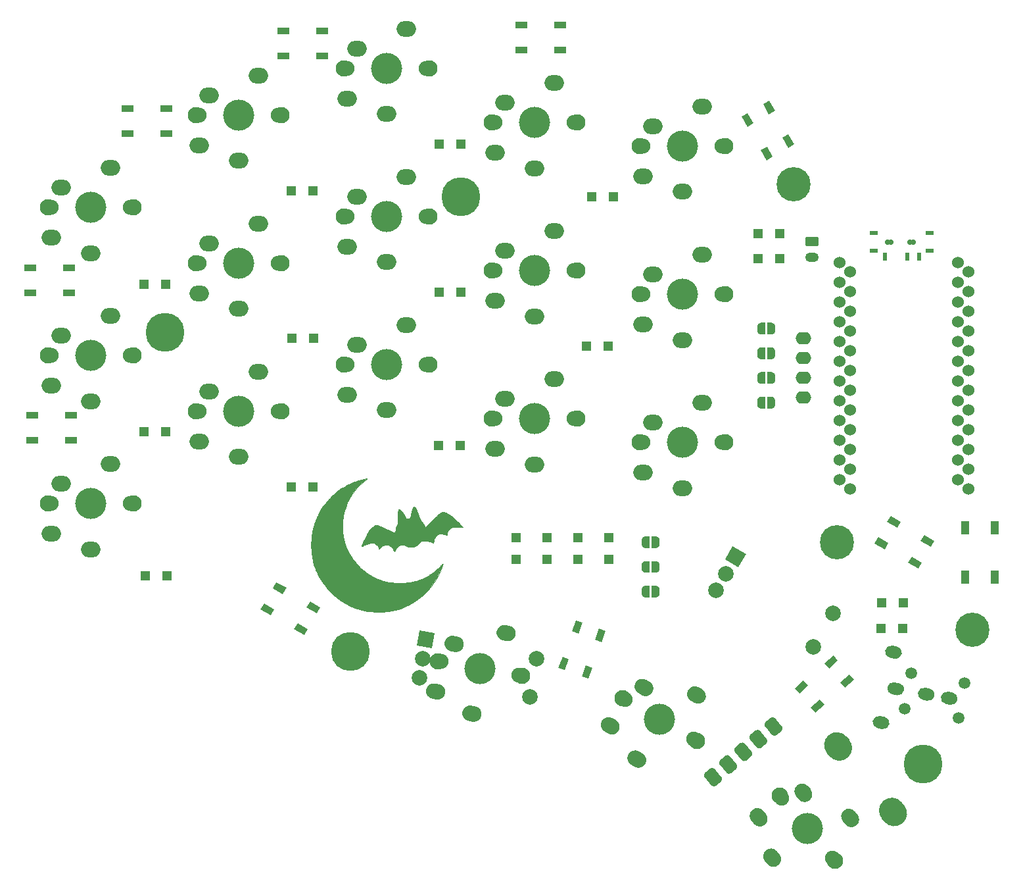
<source format=gbr>
G04 #@! TF.GenerationSoftware,KiCad,Pcbnew,5.1.10*
G04 #@! TF.CreationDate,2021-08-05T15:34:17+02:00*
G04 #@! TF.ProjectId,split_3x,73706c69-745f-4337-982e-6b696361645f,rev?*
G04 #@! TF.SameCoordinates,Original*
G04 #@! TF.FileFunction,Soldermask,Bot*
G04 #@! TF.FilePolarity,Negative*
%FSLAX46Y46*%
G04 Gerber Fmt 4.6, Leading zero omitted, Abs format (unit mm)*
G04 Created by KiCad (PCBNEW 5.1.10) date 2021-08-05 15:34:17*
%MOMM*%
%LPD*%
G01*
G04 APERTURE LIST*
%ADD10C,0.010000*%
%ADD11O,1.750000X1.200000*%
%ADD12C,0.700000*%
%ADD13R,1.000000X0.600000*%
%ADD14R,0.600000X1.000000*%
%ADD15R,1.100000X0.600000*%
%ADD16O,2.500000X2.000000*%
%ADD17C,4.000000*%
%ADD18C,2.100000*%
%ADD19C,1.900000*%
%ADD20R,1.200000X1.200000*%
%ADD21C,0.100000*%
%ADD22O,2.000000X1.600000*%
%ADD23C,1.524000*%
%ADD24C,1.500000*%
%ADD25C,4.400000*%
%ADD26C,5.000000*%
%ADD27R,1.501140X0.899160*%
%ADD28C,2.000000*%
%ADD29R,1.000000X1.700000*%
G04 APERTURE END LIST*
D10*
G04 #@! TO.C,G\u002A\u002A\u002A*
G36*
X128877864Y-108156668D02*
G01*
X128838699Y-108191278D01*
X128798374Y-108246031D01*
X128758720Y-108318531D01*
X128729421Y-108385900D01*
X128696449Y-108478671D01*
X128661824Y-108592895D01*
X128626472Y-108724755D01*
X128591321Y-108870434D01*
X128557296Y-109026116D01*
X128525324Y-109187985D01*
X128499702Y-109332050D01*
X128489231Y-109391410D01*
X128476380Y-109460349D01*
X128464392Y-109521615D01*
X128444050Y-109622280D01*
X128317050Y-109645133D01*
X128255713Y-109656365D01*
X128196969Y-109667458D01*
X128149742Y-109676712D01*
X128132900Y-109680190D01*
X128081777Y-109689939D01*
X128027274Y-109698686D01*
X128016228Y-109700205D01*
X127956706Y-109708015D01*
X127888175Y-109589882D01*
X127849070Y-109522488D01*
X127805611Y-109447610D01*
X127760543Y-109369979D01*
X127716611Y-109294322D01*
X127676561Y-109225366D01*
X127643138Y-109167841D01*
X127619089Y-109126474D01*
X127615186Y-109119766D01*
X127575945Y-109056317D01*
X127526460Y-108982301D01*
X127470464Y-108902766D01*
X127411694Y-108822760D01*
X127353885Y-108747329D01*
X127300771Y-108681523D01*
X127256089Y-108630389D01*
X127242920Y-108616678D01*
X127174706Y-108557083D01*
X127110095Y-108517889D01*
X127050984Y-108499616D01*
X126999274Y-108502783D01*
X126956863Y-108527908D01*
X126949057Y-108536329D01*
X126928927Y-108564143D01*
X126911069Y-108597976D01*
X126895326Y-108639430D01*
X126881538Y-108690104D01*
X126869547Y-108751600D01*
X126859194Y-108825516D01*
X126850321Y-108913454D01*
X126842769Y-109017013D01*
X126836379Y-109137795D01*
X126830993Y-109277399D01*
X126826452Y-109437425D01*
X126822598Y-109619475D01*
X126819271Y-109825148D01*
X126818935Y-109848984D01*
X126816829Y-109987091D01*
X126814492Y-110102430D01*
X126811608Y-110197629D01*
X126807859Y-110275319D01*
X126802929Y-110338131D01*
X126796503Y-110388696D01*
X126788263Y-110429642D01*
X126777893Y-110463602D01*
X126765077Y-110493205D01*
X126749499Y-110521082D01*
X126735457Y-110542973D01*
X126692659Y-110614400D01*
X126649011Y-110699270D01*
X126609256Y-110787502D01*
X126578134Y-110869016D01*
X126569943Y-110894821D01*
X126560362Y-110931794D01*
X126552928Y-110972523D01*
X126547216Y-111021473D01*
X126542802Y-111083110D01*
X126539262Y-111161899D01*
X126536632Y-111245354D01*
X126533958Y-111325178D01*
X126530684Y-111396856D01*
X126527066Y-111456321D01*
X126523362Y-111499510D01*
X126519828Y-111522358D01*
X126519023Y-111524381D01*
X126510746Y-111531614D01*
X126496058Y-111532950D01*
X126471931Y-111527366D01*
X126435336Y-111513839D01*
X126383245Y-111491346D01*
X126312628Y-111458862D01*
X126280504Y-111443779D01*
X126217631Y-111414213D01*
X126154355Y-111384561D01*
X126099242Y-111358832D01*
X126069150Y-111344860D01*
X126022194Y-111323074D01*
X125962593Y-111295318D01*
X125900694Y-111266415D01*
X125878650Y-111256100D01*
X125818597Y-111228011D01*
X125756896Y-111199207D01*
X125703896Y-111174517D01*
X125688150Y-111167200D01*
X125641192Y-111145348D01*
X125581588Y-111117539D01*
X125519687Y-111088604D01*
X125497650Y-111078287D01*
X125403602Y-111034386D01*
X125316430Y-110993984D01*
X125238856Y-110958321D01*
X125173603Y-110928636D01*
X125123395Y-110906167D01*
X125090954Y-110892156D01*
X125079160Y-110887800D01*
X125066085Y-110882839D01*
X125035709Y-110869628D01*
X124993740Y-110850669D01*
X124977824Y-110843350D01*
X124933085Y-110822991D01*
X124897857Y-110807537D01*
X124877912Y-110799498D01*
X124875644Y-110798900D01*
X124861855Y-110794076D01*
X124831790Y-110781496D01*
X124796323Y-110765835D01*
X124759846Y-110749436D01*
X124730026Y-110736258D01*
X124701852Y-110724262D01*
X124670309Y-110711407D01*
X124630384Y-110695651D01*
X124577065Y-110674954D01*
X124505339Y-110647276D01*
X124500700Y-110645487D01*
X124407250Y-110609561D01*
X124333690Y-110581795D01*
X124276237Y-110561145D01*
X124231107Y-110546569D01*
X124194516Y-110537022D01*
X124162682Y-110531462D01*
X124131819Y-110528846D01*
X124098145Y-110528130D01*
X124075250Y-110528177D01*
X123989174Y-110533711D01*
X123910393Y-110551123D01*
X123828530Y-110583073D01*
X123792297Y-110600671D01*
X123687519Y-110664476D01*
X123577609Y-110751714D01*
X123463600Y-110861175D01*
X123346525Y-110991651D01*
X123227417Y-111141934D01*
X123107308Y-111310816D01*
X122987231Y-111497087D01*
X122898008Y-111647141D01*
X122869815Y-111697734D01*
X122833315Y-111765576D01*
X122790667Y-111846439D01*
X122744029Y-111936094D01*
X122695562Y-112030316D01*
X122647423Y-112124876D01*
X122601772Y-112215548D01*
X122560768Y-112298104D01*
X122526570Y-112368317D01*
X122501337Y-112421958D01*
X122494512Y-112437200D01*
X122465434Y-112502940D01*
X122426507Y-112589791D01*
X122377376Y-112698540D01*
X122352932Y-112752435D01*
X122335947Y-112791613D01*
X122314302Y-112843943D01*
X122292368Y-112898836D01*
X122290025Y-112904835D01*
X122264090Y-112970762D01*
X122243719Y-113020813D01*
X122225640Y-113062926D01*
X122215797Y-113084900D01*
X122201938Y-113119567D01*
X122187858Y-113161194D01*
X122175672Y-113202492D01*
X122167494Y-113236171D01*
X122165439Y-113254944D01*
X122166047Y-113256379D01*
X122179138Y-113253329D01*
X122211469Y-113240646D01*
X122259475Y-113219883D01*
X122319591Y-113192588D01*
X122388250Y-113160312D01*
X122400322Y-113154535D01*
X122471675Y-113120384D01*
X122536468Y-113089540D01*
X122590732Y-113063880D01*
X122630495Y-113045279D01*
X122651790Y-113035615D01*
X122652850Y-113035171D01*
X122684859Y-113021941D01*
X122710000Y-113011417D01*
X122794897Y-112978207D01*
X122894910Y-112943160D01*
X123000263Y-112909494D01*
X123101181Y-112880423D01*
X123135450Y-112871472D01*
X123224363Y-112849855D01*
X123296529Y-112834669D01*
X123359477Y-112824862D01*
X123420731Y-112819380D01*
X123487820Y-112817169D01*
X123524779Y-112816960D01*
X123600197Y-112818288D01*
X123658407Y-112822867D01*
X123707500Y-112831672D01*
X123751400Y-112844290D01*
X123883136Y-112895671D01*
X123997685Y-112958431D01*
X124102305Y-113037038D01*
X124174303Y-113104681D01*
X124260561Y-113207977D01*
X124323966Y-113320469D01*
X124363173Y-113432861D01*
X124380285Y-113489277D01*
X124396625Y-113522433D01*
X124413827Y-113534358D01*
X124433525Y-113527078D01*
X124436910Y-113524358D01*
X124454129Y-113509658D01*
X124485802Y-113482575D01*
X124527091Y-113447247D01*
X124564200Y-113415484D01*
X124685283Y-113317879D01*
X124800285Y-113238953D01*
X124915610Y-113175266D01*
X125037662Y-113123375D01*
X125172847Y-113079840D01*
X125205550Y-113070892D01*
X125254918Y-113062131D01*
X125320453Y-113056501D01*
X125394722Y-113054005D01*
X125470288Y-113054648D01*
X125539717Y-113058434D01*
X125595574Y-113065367D01*
X125618300Y-113070670D01*
X125744032Y-113121616D01*
X125866218Y-113196485D01*
X125985715Y-113295848D01*
X126046430Y-113356702D01*
X126133179Y-113456275D01*
X126208516Y-113560192D01*
X126276416Y-113674728D01*
X126340855Y-113806159D01*
X126362946Y-113856425D01*
X126377567Y-113883844D01*
X126390410Y-113897392D01*
X126391916Y-113897700D01*
X126404728Y-113887747D01*
X126423647Y-113862708D01*
X126431585Y-113850075D01*
X126455838Y-113808603D01*
X126482878Y-113761264D01*
X126491838Y-113745300D01*
X126525190Y-113689734D01*
X126569504Y-113621825D01*
X126619687Y-113548911D01*
X126670644Y-113478329D01*
X126717280Y-113417418D01*
X126732218Y-113399045D01*
X126785633Y-113341187D01*
X126851323Y-113279724D01*
X126922734Y-113220039D01*
X126993310Y-113167514D01*
X127056497Y-113127532D01*
X127074318Y-113118151D01*
X127183182Y-113069164D01*
X127279101Y-113037482D01*
X127367574Y-113022947D01*
X127454103Y-113025404D01*
X127544189Y-113044694D01*
X127643331Y-113080661D01*
X127688825Y-113100625D01*
X127741076Y-113124400D01*
X127796424Y-113149477D01*
X127821750Y-113160907D01*
X127868141Y-113181813D01*
X127924082Y-113207042D01*
X127967800Y-113226773D01*
X128012927Y-113247100D01*
X128051743Y-113264500D01*
X128075750Y-113275165D01*
X128165674Y-113305465D01*
X128273665Y-113327237D01*
X128393864Y-113340474D01*
X128520409Y-113345167D01*
X128647439Y-113341307D01*
X128769094Y-113328888D01*
X128879514Y-113307900D01*
X128972836Y-113278335D01*
X128977450Y-113276421D01*
X129049639Y-113243821D01*
X129130664Y-113203724D01*
X129211588Y-113160810D01*
X129283471Y-113119759D01*
X129319837Y-113097128D01*
X129375246Y-113058393D01*
X129429156Y-113014794D01*
X129484803Y-112963146D01*
X129545422Y-112900264D01*
X129614248Y-112822962D01*
X129693554Y-112729216D01*
X129740042Y-112673773D01*
X129782601Y-112623900D01*
X129817841Y-112583501D01*
X129842374Y-112556482D01*
X129850536Y-112548325D01*
X129863230Y-112539753D01*
X129881564Y-112533714D01*
X129909664Y-112529812D01*
X129951658Y-112527651D01*
X130011671Y-112526837D01*
X130074232Y-112526884D01*
X130183959Y-112529019D01*
X130298590Y-112534279D01*
X130413005Y-112542195D01*
X130522082Y-112552296D01*
X130620700Y-112564116D01*
X130703736Y-112577183D01*
X130761800Y-112589859D01*
X130864177Y-112618496D01*
X130951836Y-112646161D01*
X131033754Y-112676165D01*
X131118905Y-112711819D01*
X131216264Y-112756434D01*
X131226734Y-112761382D01*
X131281169Y-112786303D01*
X131330416Y-112807310D01*
X131367941Y-112821697D01*
X131383653Y-112826365D01*
X131399972Y-112828655D01*
X131411184Y-112824655D01*
X131419692Y-112809865D01*
X131427901Y-112779785D01*
X131438217Y-112729915D01*
X131440002Y-112720917D01*
X131466412Y-112589977D01*
X131489682Y-112480865D01*
X131510861Y-112390354D01*
X131530994Y-112315219D01*
X131551128Y-112252234D01*
X131572309Y-112198174D01*
X131595585Y-112149814D01*
X131622001Y-112103927D01*
X131652606Y-112057288D01*
X131657746Y-112049850D01*
X131700290Y-111994011D01*
X131752825Y-111933219D01*
X131810809Y-111871963D01*
X131869703Y-111814731D01*
X131924965Y-111766011D01*
X131972056Y-111730293D01*
X131994449Y-111716994D01*
X132045798Y-111693196D01*
X132094228Y-111675487D01*
X132144571Y-111663188D01*
X132201659Y-111655621D01*
X132270326Y-111652109D01*
X132355402Y-111651971D01*
X132443316Y-111653975D01*
X132564657Y-111659123D01*
X132667147Y-111667652D01*
X132757252Y-111680875D01*
X132841435Y-111700101D01*
X132926162Y-111726644D01*
X133017897Y-111761815D01*
X133058378Y-111778753D01*
X133111256Y-111797892D01*
X133146902Y-111801666D01*
X133168640Y-111789629D01*
X133179563Y-111762512D01*
X133183975Y-111727484D01*
X133186857Y-111679735D01*
X133187501Y-111646510D01*
X133197881Y-111539734D01*
X133227468Y-111425619D01*
X133273934Y-111310293D01*
X133334950Y-111199885D01*
X133383510Y-111130811D01*
X133488456Y-111013638D01*
X133603962Y-110919399D01*
X133731014Y-110847500D01*
X133870600Y-110797347D01*
X133974900Y-110775084D01*
X134203218Y-110747968D01*
X134449481Y-110736840D01*
X134711908Y-110741687D01*
X134988717Y-110762499D01*
X135161483Y-110782713D01*
X135211416Y-110789308D01*
X135162508Y-110721079D01*
X135122091Y-110669537D01*
X135064372Y-110603059D01*
X134991155Y-110523440D01*
X134904248Y-110432477D01*
X134805456Y-110331965D01*
X134696587Y-110223700D01*
X134579445Y-110109480D01*
X134455838Y-109991099D01*
X134327572Y-109870355D01*
X134196452Y-109749042D01*
X134064285Y-109628958D01*
X134063800Y-109628521D01*
X133849097Y-109444863D01*
X133639076Y-109284726D01*
X133432165Y-109147012D01*
X133226792Y-109030625D01*
X133158452Y-108996401D01*
X133027974Y-108936354D01*
X132913703Y-108890927D01*
X132811915Y-108858996D01*
X132718888Y-108839435D01*
X132630896Y-108831121D01*
X132609650Y-108830671D01*
X132555620Y-108832234D01*
X132513410Y-108839909D01*
X132470150Y-108856804D01*
X132440587Y-108871494D01*
X132393126Y-108898821D01*
X132338862Y-108935574D01*
X132276208Y-108983087D01*
X132203576Y-109042690D01*
X132119380Y-109115718D01*
X132022032Y-109203502D01*
X131909944Y-109307375D01*
X131816543Y-109395416D01*
X131772722Y-109436843D01*
X131734793Y-109472483D01*
X131707060Y-109498305D01*
X131694340Y-109509850D01*
X131682604Y-109521055D01*
X131654602Y-109548366D01*
X131612125Y-109590023D01*
X131556961Y-109644265D01*
X131490899Y-109709331D01*
X131415728Y-109783460D01*
X131333237Y-109864892D01*
X131245214Y-109951865D01*
X131229854Y-109967050D01*
X131081534Y-110113452D01*
X130950084Y-110242661D01*
X130834542Y-110355570D01*
X130733944Y-110453073D01*
X130647329Y-110536064D01*
X130573734Y-110605436D01*
X130512195Y-110662084D01*
X130461751Y-110706900D01*
X130421439Y-110740780D01*
X130390295Y-110764616D01*
X130367359Y-110779303D01*
X130351666Y-110785733D01*
X130347592Y-110786200D01*
X130334733Y-110775148D01*
X130324229Y-110748212D01*
X130323502Y-110744925D01*
X130289045Y-110626932D01*
X130233682Y-110501376D01*
X130159421Y-110371648D01*
X130068271Y-110241142D01*
X129962240Y-110113251D01*
X129926814Y-110074825D01*
X129882196Y-110026926D01*
X129842176Y-109982684D01*
X129811043Y-109946929D01*
X129793092Y-109924489D01*
X129792778Y-109924037D01*
X129757165Y-109865360D01*
X129719957Y-109789828D01*
X129680263Y-109695344D01*
X129637194Y-109579813D01*
X129597898Y-109465400D01*
X129584729Y-109427280D01*
X129565920Y-109374571D01*
X129544763Y-109316461D01*
X129536450Y-109293950D01*
X129512583Y-109229158D01*
X129487128Y-109159329D01*
X129464747Y-109097266D01*
X129460155Y-109084400D01*
X129439878Y-109027805D01*
X129424630Y-108986671D01*
X129411087Y-108952471D01*
X129395926Y-108916680D01*
X129385145Y-108891980D01*
X129372224Y-108860862D01*
X129365216Y-108840736D01*
X129364800Y-108838323D01*
X129359876Y-108823999D01*
X129346905Y-108793080D01*
X129328590Y-108751983D01*
X129326700Y-108747849D01*
X129308013Y-108706029D01*
X129294425Y-108673680D01*
X129288645Y-108657273D01*
X129288600Y-108656793D01*
X129282507Y-108637230D01*
X129265863Y-108600354D01*
X129241125Y-108550671D01*
X129210746Y-108492686D01*
X129177182Y-108430905D01*
X129142889Y-108369832D01*
X129110321Y-108313974D01*
X129081933Y-108267836D01*
X129060181Y-108235922D01*
X129057095Y-108231956D01*
X129029034Y-108205108D01*
X128990886Y-108178088D01*
X128951484Y-108156289D01*
X128919660Y-108145105D01*
X128914033Y-108144600D01*
X128877864Y-108156668D01*
G37*
X128877864Y-108156668D02*
X128838699Y-108191278D01*
X128798374Y-108246031D01*
X128758720Y-108318531D01*
X128729421Y-108385900D01*
X128696449Y-108478671D01*
X128661824Y-108592895D01*
X128626472Y-108724755D01*
X128591321Y-108870434D01*
X128557296Y-109026116D01*
X128525324Y-109187985D01*
X128499702Y-109332050D01*
X128489231Y-109391410D01*
X128476380Y-109460349D01*
X128464392Y-109521615D01*
X128444050Y-109622280D01*
X128317050Y-109645133D01*
X128255713Y-109656365D01*
X128196969Y-109667458D01*
X128149742Y-109676712D01*
X128132900Y-109680190D01*
X128081777Y-109689939D01*
X128027274Y-109698686D01*
X128016228Y-109700205D01*
X127956706Y-109708015D01*
X127888175Y-109589882D01*
X127849070Y-109522488D01*
X127805611Y-109447610D01*
X127760543Y-109369979D01*
X127716611Y-109294322D01*
X127676561Y-109225366D01*
X127643138Y-109167841D01*
X127619089Y-109126474D01*
X127615186Y-109119766D01*
X127575945Y-109056317D01*
X127526460Y-108982301D01*
X127470464Y-108902766D01*
X127411694Y-108822760D01*
X127353885Y-108747329D01*
X127300771Y-108681523D01*
X127256089Y-108630389D01*
X127242920Y-108616678D01*
X127174706Y-108557083D01*
X127110095Y-108517889D01*
X127050984Y-108499616D01*
X126999274Y-108502783D01*
X126956863Y-108527908D01*
X126949057Y-108536329D01*
X126928927Y-108564143D01*
X126911069Y-108597976D01*
X126895326Y-108639430D01*
X126881538Y-108690104D01*
X126869547Y-108751600D01*
X126859194Y-108825516D01*
X126850321Y-108913454D01*
X126842769Y-109017013D01*
X126836379Y-109137795D01*
X126830993Y-109277399D01*
X126826452Y-109437425D01*
X126822598Y-109619475D01*
X126819271Y-109825148D01*
X126818935Y-109848984D01*
X126816829Y-109987091D01*
X126814492Y-110102430D01*
X126811608Y-110197629D01*
X126807859Y-110275319D01*
X126802929Y-110338131D01*
X126796503Y-110388696D01*
X126788263Y-110429642D01*
X126777893Y-110463602D01*
X126765077Y-110493205D01*
X126749499Y-110521082D01*
X126735457Y-110542973D01*
X126692659Y-110614400D01*
X126649011Y-110699270D01*
X126609256Y-110787502D01*
X126578134Y-110869016D01*
X126569943Y-110894821D01*
X126560362Y-110931794D01*
X126552928Y-110972523D01*
X126547216Y-111021473D01*
X126542802Y-111083110D01*
X126539262Y-111161899D01*
X126536632Y-111245354D01*
X126533958Y-111325178D01*
X126530684Y-111396856D01*
X126527066Y-111456321D01*
X126523362Y-111499510D01*
X126519828Y-111522358D01*
X126519023Y-111524381D01*
X126510746Y-111531614D01*
X126496058Y-111532950D01*
X126471931Y-111527366D01*
X126435336Y-111513839D01*
X126383245Y-111491346D01*
X126312628Y-111458862D01*
X126280504Y-111443779D01*
X126217631Y-111414213D01*
X126154355Y-111384561D01*
X126099242Y-111358832D01*
X126069150Y-111344860D01*
X126022194Y-111323074D01*
X125962593Y-111295318D01*
X125900694Y-111266415D01*
X125878650Y-111256100D01*
X125818597Y-111228011D01*
X125756896Y-111199207D01*
X125703896Y-111174517D01*
X125688150Y-111167200D01*
X125641192Y-111145348D01*
X125581588Y-111117539D01*
X125519687Y-111088604D01*
X125497650Y-111078287D01*
X125403602Y-111034386D01*
X125316430Y-110993984D01*
X125238856Y-110958321D01*
X125173603Y-110928636D01*
X125123395Y-110906167D01*
X125090954Y-110892156D01*
X125079160Y-110887800D01*
X125066085Y-110882839D01*
X125035709Y-110869628D01*
X124993740Y-110850669D01*
X124977824Y-110843350D01*
X124933085Y-110822991D01*
X124897857Y-110807537D01*
X124877912Y-110799498D01*
X124875644Y-110798900D01*
X124861855Y-110794076D01*
X124831790Y-110781496D01*
X124796323Y-110765835D01*
X124759846Y-110749436D01*
X124730026Y-110736258D01*
X124701852Y-110724262D01*
X124670309Y-110711407D01*
X124630384Y-110695651D01*
X124577065Y-110674954D01*
X124505339Y-110647276D01*
X124500700Y-110645487D01*
X124407250Y-110609561D01*
X124333690Y-110581795D01*
X124276237Y-110561145D01*
X124231107Y-110546569D01*
X124194516Y-110537022D01*
X124162682Y-110531462D01*
X124131819Y-110528846D01*
X124098145Y-110528130D01*
X124075250Y-110528177D01*
X123989174Y-110533711D01*
X123910393Y-110551123D01*
X123828530Y-110583073D01*
X123792297Y-110600671D01*
X123687519Y-110664476D01*
X123577609Y-110751714D01*
X123463600Y-110861175D01*
X123346525Y-110991651D01*
X123227417Y-111141934D01*
X123107308Y-111310816D01*
X122987231Y-111497087D01*
X122898008Y-111647141D01*
X122869815Y-111697734D01*
X122833315Y-111765576D01*
X122790667Y-111846439D01*
X122744029Y-111936094D01*
X122695562Y-112030316D01*
X122647423Y-112124876D01*
X122601772Y-112215548D01*
X122560768Y-112298104D01*
X122526570Y-112368317D01*
X122501337Y-112421958D01*
X122494512Y-112437200D01*
X122465434Y-112502940D01*
X122426507Y-112589791D01*
X122377376Y-112698540D01*
X122352932Y-112752435D01*
X122335947Y-112791613D01*
X122314302Y-112843943D01*
X122292368Y-112898836D01*
X122290025Y-112904835D01*
X122264090Y-112970762D01*
X122243719Y-113020813D01*
X122225640Y-113062926D01*
X122215797Y-113084900D01*
X122201938Y-113119567D01*
X122187858Y-113161194D01*
X122175672Y-113202492D01*
X122167494Y-113236171D01*
X122165439Y-113254944D01*
X122166047Y-113256379D01*
X122179138Y-113253329D01*
X122211469Y-113240646D01*
X122259475Y-113219883D01*
X122319591Y-113192588D01*
X122388250Y-113160312D01*
X122400322Y-113154535D01*
X122471675Y-113120384D01*
X122536468Y-113089540D01*
X122590732Y-113063880D01*
X122630495Y-113045279D01*
X122651790Y-113035615D01*
X122652850Y-113035171D01*
X122684859Y-113021941D01*
X122710000Y-113011417D01*
X122794897Y-112978207D01*
X122894910Y-112943160D01*
X123000263Y-112909494D01*
X123101181Y-112880423D01*
X123135450Y-112871472D01*
X123224363Y-112849855D01*
X123296529Y-112834669D01*
X123359477Y-112824862D01*
X123420731Y-112819380D01*
X123487820Y-112817169D01*
X123524779Y-112816960D01*
X123600197Y-112818288D01*
X123658407Y-112822867D01*
X123707500Y-112831672D01*
X123751400Y-112844290D01*
X123883136Y-112895671D01*
X123997685Y-112958431D01*
X124102305Y-113037038D01*
X124174303Y-113104681D01*
X124260561Y-113207977D01*
X124323966Y-113320469D01*
X124363173Y-113432861D01*
X124380285Y-113489277D01*
X124396625Y-113522433D01*
X124413827Y-113534358D01*
X124433525Y-113527078D01*
X124436910Y-113524358D01*
X124454129Y-113509658D01*
X124485802Y-113482575D01*
X124527091Y-113447247D01*
X124564200Y-113415484D01*
X124685283Y-113317879D01*
X124800285Y-113238953D01*
X124915610Y-113175266D01*
X125037662Y-113123375D01*
X125172847Y-113079840D01*
X125205550Y-113070892D01*
X125254918Y-113062131D01*
X125320453Y-113056501D01*
X125394722Y-113054005D01*
X125470288Y-113054648D01*
X125539717Y-113058434D01*
X125595574Y-113065367D01*
X125618300Y-113070670D01*
X125744032Y-113121616D01*
X125866218Y-113196485D01*
X125985715Y-113295848D01*
X126046430Y-113356702D01*
X126133179Y-113456275D01*
X126208516Y-113560192D01*
X126276416Y-113674728D01*
X126340855Y-113806159D01*
X126362946Y-113856425D01*
X126377567Y-113883844D01*
X126390410Y-113897392D01*
X126391916Y-113897700D01*
X126404728Y-113887747D01*
X126423647Y-113862708D01*
X126431585Y-113850075D01*
X126455838Y-113808603D01*
X126482878Y-113761264D01*
X126491838Y-113745300D01*
X126525190Y-113689734D01*
X126569504Y-113621825D01*
X126619687Y-113548911D01*
X126670644Y-113478329D01*
X126717280Y-113417418D01*
X126732218Y-113399045D01*
X126785633Y-113341187D01*
X126851323Y-113279724D01*
X126922734Y-113220039D01*
X126993310Y-113167514D01*
X127056497Y-113127532D01*
X127074318Y-113118151D01*
X127183182Y-113069164D01*
X127279101Y-113037482D01*
X127367574Y-113022947D01*
X127454103Y-113025404D01*
X127544189Y-113044694D01*
X127643331Y-113080661D01*
X127688825Y-113100625D01*
X127741076Y-113124400D01*
X127796424Y-113149477D01*
X127821750Y-113160907D01*
X127868141Y-113181813D01*
X127924082Y-113207042D01*
X127967800Y-113226773D01*
X128012927Y-113247100D01*
X128051743Y-113264500D01*
X128075750Y-113275165D01*
X128165674Y-113305465D01*
X128273665Y-113327237D01*
X128393864Y-113340474D01*
X128520409Y-113345167D01*
X128647439Y-113341307D01*
X128769094Y-113328888D01*
X128879514Y-113307900D01*
X128972836Y-113278335D01*
X128977450Y-113276421D01*
X129049639Y-113243821D01*
X129130664Y-113203724D01*
X129211588Y-113160810D01*
X129283471Y-113119759D01*
X129319837Y-113097128D01*
X129375246Y-113058393D01*
X129429156Y-113014794D01*
X129484803Y-112963146D01*
X129545422Y-112900264D01*
X129614248Y-112822962D01*
X129693554Y-112729216D01*
X129740042Y-112673773D01*
X129782601Y-112623900D01*
X129817841Y-112583501D01*
X129842374Y-112556482D01*
X129850536Y-112548325D01*
X129863230Y-112539753D01*
X129881564Y-112533714D01*
X129909664Y-112529812D01*
X129951658Y-112527651D01*
X130011671Y-112526837D01*
X130074232Y-112526884D01*
X130183959Y-112529019D01*
X130298590Y-112534279D01*
X130413005Y-112542195D01*
X130522082Y-112552296D01*
X130620700Y-112564116D01*
X130703736Y-112577183D01*
X130761800Y-112589859D01*
X130864177Y-112618496D01*
X130951836Y-112646161D01*
X131033754Y-112676165D01*
X131118905Y-112711819D01*
X131216264Y-112756434D01*
X131226734Y-112761382D01*
X131281169Y-112786303D01*
X131330416Y-112807310D01*
X131367941Y-112821697D01*
X131383653Y-112826365D01*
X131399972Y-112828655D01*
X131411184Y-112824655D01*
X131419692Y-112809865D01*
X131427901Y-112779785D01*
X131438217Y-112729915D01*
X131440002Y-112720917D01*
X131466412Y-112589977D01*
X131489682Y-112480865D01*
X131510861Y-112390354D01*
X131530994Y-112315219D01*
X131551128Y-112252234D01*
X131572309Y-112198174D01*
X131595585Y-112149814D01*
X131622001Y-112103927D01*
X131652606Y-112057288D01*
X131657746Y-112049850D01*
X131700290Y-111994011D01*
X131752825Y-111933219D01*
X131810809Y-111871963D01*
X131869703Y-111814731D01*
X131924965Y-111766011D01*
X131972056Y-111730293D01*
X131994449Y-111716994D01*
X132045798Y-111693196D01*
X132094228Y-111675487D01*
X132144571Y-111663188D01*
X132201659Y-111655621D01*
X132270326Y-111652109D01*
X132355402Y-111651971D01*
X132443316Y-111653975D01*
X132564657Y-111659123D01*
X132667147Y-111667652D01*
X132757252Y-111680875D01*
X132841435Y-111700101D01*
X132926162Y-111726644D01*
X133017897Y-111761815D01*
X133058378Y-111778753D01*
X133111256Y-111797892D01*
X133146902Y-111801666D01*
X133168640Y-111789629D01*
X133179563Y-111762512D01*
X133183975Y-111727484D01*
X133186857Y-111679735D01*
X133187501Y-111646510D01*
X133197881Y-111539734D01*
X133227468Y-111425619D01*
X133273934Y-111310293D01*
X133334950Y-111199885D01*
X133383510Y-111130811D01*
X133488456Y-111013638D01*
X133603962Y-110919399D01*
X133731014Y-110847500D01*
X133870600Y-110797347D01*
X133974900Y-110775084D01*
X134203218Y-110747968D01*
X134449481Y-110736840D01*
X134711908Y-110741687D01*
X134988717Y-110762499D01*
X135161483Y-110782713D01*
X135211416Y-110789308D01*
X135162508Y-110721079D01*
X135122091Y-110669537D01*
X135064372Y-110603059D01*
X134991155Y-110523440D01*
X134904248Y-110432477D01*
X134805456Y-110331965D01*
X134696587Y-110223700D01*
X134579445Y-110109480D01*
X134455838Y-109991099D01*
X134327572Y-109870355D01*
X134196452Y-109749042D01*
X134064285Y-109628958D01*
X134063800Y-109628521D01*
X133849097Y-109444863D01*
X133639076Y-109284726D01*
X133432165Y-109147012D01*
X133226792Y-109030625D01*
X133158452Y-108996401D01*
X133027974Y-108936354D01*
X132913703Y-108890927D01*
X132811915Y-108858996D01*
X132718888Y-108839435D01*
X132630896Y-108831121D01*
X132609650Y-108830671D01*
X132555620Y-108832234D01*
X132513410Y-108839909D01*
X132470150Y-108856804D01*
X132440587Y-108871494D01*
X132393126Y-108898821D01*
X132338862Y-108935574D01*
X132276208Y-108983087D01*
X132203576Y-109042690D01*
X132119380Y-109115718D01*
X132022032Y-109203502D01*
X131909944Y-109307375D01*
X131816543Y-109395416D01*
X131772722Y-109436843D01*
X131734793Y-109472483D01*
X131707060Y-109498305D01*
X131694340Y-109509850D01*
X131682604Y-109521055D01*
X131654602Y-109548366D01*
X131612125Y-109590023D01*
X131556961Y-109644265D01*
X131490899Y-109709331D01*
X131415728Y-109783460D01*
X131333237Y-109864892D01*
X131245214Y-109951865D01*
X131229854Y-109967050D01*
X131081534Y-110113452D01*
X130950084Y-110242661D01*
X130834542Y-110355570D01*
X130733944Y-110453073D01*
X130647329Y-110536064D01*
X130573734Y-110605436D01*
X130512195Y-110662084D01*
X130461751Y-110706900D01*
X130421439Y-110740780D01*
X130390295Y-110764616D01*
X130367359Y-110779303D01*
X130351666Y-110785733D01*
X130347592Y-110786200D01*
X130334733Y-110775148D01*
X130324229Y-110748212D01*
X130323502Y-110744925D01*
X130289045Y-110626932D01*
X130233682Y-110501376D01*
X130159421Y-110371648D01*
X130068271Y-110241142D01*
X129962240Y-110113251D01*
X129926814Y-110074825D01*
X129882196Y-110026926D01*
X129842176Y-109982684D01*
X129811043Y-109946929D01*
X129793092Y-109924489D01*
X129792778Y-109924037D01*
X129757165Y-109865360D01*
X129719957Y-109789828D01*
X129680263Y-109695344D01*
X129637194Y-109579813D01*
X129597898Y-109465400D01*
X129584729Y-109427280D01*
X129565920Y-109374571D01*
X129544763Y-109316461D01*
X129536450Y-109293950D01*
X129512583Y-109229158D01*
X129487128Y-109159329D01*
X129464747Y-109097266D01*
X129460155Y-109084400D01*
X129439878Y-109027805D01*
X129424630Y-108986671D01*
X129411087Y-108952471D01*
X129395926Y-108916680D01*
X129385145Y-108891980D01*
X129372224Y-108860862D01*
X129365216Y-108840736D01*
X129364800Y-108838323D01*
X129359876Y-108823999D01*
X129346905Y-108793080D01*
X129328590Y-108751983D01*
X129326700Y-108747849D01*
X129308013Y-108706029D01*
X129294425Y-108673680D01*
X129288645Y-108657273D01*
X129288600Y-108656793D01*
X129282507Y-108637230D01*
X129265863Y-108600354D01*
X129241125Y-108550671D01*
X129210746Y-108492686D01*
X129177182Y-108430905D01*
X129142889Y-108369832D01*
X129110321Y-108313974D01*
X129081933Y-108267836D01*
X129060181Y-108235922D01*
X129057095Y-108231956D01*
X129029034Y-108205108D01*
X128990886Y-108178088D01*
X128951484Y-108156289D01*
X128919660Y-108145105D01*
X128914033Y-108144600D01*
X128877864Y-108156668D01*
G36*
X122820832Y-104529006D02*
G01*
X122802075Y-104530985D01*
X122754822Y-104538092D01*
X122694085Y-104549153D01*
X122631052Y-104562092D01*
X122614750Y-104565716D01*
X122558038Y-104578560D01*
X122505488Y-104590432D01*
X122465782Y-104599372D01*
X122456000Y-104601563D01*
X122362311Y-104623613D01*
X122251104Y-104651662D01*
X122129059Y-104683979D01*
X122002851Y-104718830D01*
X121992450Y-104721768D01*
X121936120Y-104737648D01*
X121883838Y-104752284D01*
X121844107Y-104763301D01*
X121833700Y-104766143D01*
X121708649Y-104802407D01*
X121566736Y-104847667D01*
X121413904Y-104899742D01*
X121256100Y-104956450D01*
X121099269Y-105015610D01*
X120949356Y-105075038D01*
X120812306Y-105132555D01*
X120709750Y-105178599D01*
X120313347Y-105374918D01*
X119935593Y-105585405D01*
X119573862Y-105811904D01*
X119225528Y-106056259D01*
X118887963Y-106320313D01*
X118558541Y-106605909D01*
X118234633Y-106914890D01*
X118233250Y-106916270D01*
X118164055Y-106985676D01*
X118097914Y-107052657D01*
X118037821Y-107114134D01*
X117986769Y-107167025D01*
X117947754Y-107208247D01*
X117923770Y-107234722D01*
X117923603Y-107234917D01*
X117885624Y-107278781D01*
X117845813Y-107323857D01*
X117821473Y-107350850D01*
X117770883Y-107408063D01*
X117708893Y-107481240D01*
X117639153Y-107565882D01*
X117565308Y-107657489D01*
X117491008Y-107751561D01*
X117419898Y-107843598D01*
X117389056Y-107884289D01*
X117127041Y-108252126D01*
X116885437Y-108632647D01*
X116662514Y-109028651D01*
X116562116Y-109224100D01*
X116522792Y-109303650D01*
X116486196Y-109378935D01*
X116453926Y-109446550D01*
X116427582Y-109503092D01*
X116408763Y-109545155D01*
X116399067Y-109569335D01*
X116398100Y-109573320D01*
X116393280Y-109586965D01*
X116380708Y-109616918D01*
X116365036Y-109652377D01*
X116341889Y-109703903D01*
X116324887Y-109742495D01*
X116310312Y-109776985D01*
X116294445Y-109816202D01*
X116273567Y-109868976D01*
X116269954Y-109878150D01*
X116249643Y-109930988D01*
X116225271Y-109996353D01*
X116198636Y-110069200D01*
X116171538Y-110144485D01*
X116145777Y-110217163D01*
X116123151Y-110282190D01*
X116105460Y-110334521D01*
X116094504Y-110369111D01*
X116093282Y-110373450D01*
X116084725Y-110403030D01*
X116070951Y-110448513D01*
X116054482Y-110501608D01*
X116048850Y-110519500D01*
X116024356Y-110598058D01*
X116005821Y-110660315D01*
X115991009Y-110714013D01*
X115979165Y-110760800D01*
X115969220Y-110799065D01*
X115955803Y-110847681D01*
X115947940Y-110875100D01*
X115933226Y-110928785D01*
X115919162Y-110985230D01*
X115913900Y-111008450D01*
X115903559Y-111056189D01*
X115893553Y-111101874D01*
X115890336Y-111116400D01*
X115866389Y-111226573D01*
X115844901Y-111330688D01*
X115827101Y-111422594D01*
X115814223Y-111496140D01*
X115814021Y-111497400D01*
X115804645Y-111554983D01*
X115794966Y-111612735D01*
X115787431Y-111656150D01*
X115766400Y-111791938D01*
X115747719Y-111949727D01*
X115731600Y-112126204D01*
X115718258Y-112318061D01*
X115707906Y-112521986D01*
X115700757Y-112734668D01*
X115697025Y-112952798D01*
X115696506Y-113065850D01*
X115700397Y-113391250D01*
X115712400Y-113695723D01*
X115732736Y-113982484D01*
X115761629Y-114254752D01*
X115794842Y-114488250D01*
X115805008Y-114551765D01*
X115815085Y-114614703D01*
X115823481Y-114667119D01*
X115826363Y-114685100D01*
X115833527Y-114725387D01*
X115844632Y-114782678D01*
X115858128Y-114849176D01*
X115871739Y-114913700D01*
X115885668Y-114978474D01*
X115898487Y-115038227D01*
X115908791Y-115086408D01*
X115915178Y-115116464D01*
X115915270Y-115116900D01*
X115947311Y-115253759D01*
X115989245Y-115408653D01*
X116039497Y-115576951D01*
X116096495Y-115754023D01*
X116158663Y-115935239D01*
X116224429Y-116115969D01*
X116292218Y-116291582D01*
X116360457Y-116457449D01*
X116407288Y-116564475D01*
X116432490Y-116619075D01*
X116465136Y-116687761D01*
X116502936Y-116765905D01*
X116543594Y-116848881D01*
X116584818Y-116932059D01*
X116624314Y-117010814D01*
X116659788Y-117080518D01*
X116688949Y-117136542D01*
X116709501Y-117174261D01*
X116709523Y-117174300D01*
X116738501Y-117225007D01*
X116767649Y-117276244D01*
X116789009Y-117314000D01*
X116925049Y-117543616D01*
X117078963Y-117781916D01*
X117247177Y-118023979D01*
X117426115Y-118264884D01*
X117612202Y-118499710D01*
X117801861Y-118723538D01*
X117864084Y-118793550D01*
X117917735Y-118851761D01*
X117985738Y-118923380D01*
X118064032Y-119004313D01*
X118148559Y-119090468D01*
X118235260Y-119177753D01*
X118320074Y-119262077D01*
X118398944Y-119339346D01*
X118467810Y-119405469D01*
X118511838Y-119446555D01*
X118632277Y-119553622D01*
X118768998Y-119669596D01*
X118916595Y-119790161D01*
X119069664Y-119911001D01*
X119222799Y-120027799D01*
X119370596Y-120136240D01*
X119415460Y-120168173D01*
X119457558Y-120197242D01*
X119511569Y-120233557D01*
X119574099Y-120274939D01*
X119641756Y-120319206D01*
X119711148Y-120364177D01*
X119778883Y-120407672D01*
X119841567Y-120447510D01*
X119895809Y-120481509D01*
X119938217Y-120507490D01*
X119965397Y-120523270D01*
X119973762Y-120527100D01*
X119987234Y-120533302D01*
X120014466Y-120549073D01*
X120031817Y-120559807D01*
X120107526Y-120605440D01*
X120201657Y-120658670D01*
X120309374Y-120716879D01*
X120425845Y-120777448D01*
X120531950Y-120830725D01*
X120603742Y-120865879D01*
X120676027Y-120900775D01*
X120745032Y-120933646D01*
X120806986Y-120962724D01*
X120858117Y-120986242D01*
X120894652Y-121002431D01*
X120912821Y-121009525D01*
X120913841Y-121009700D01*
X120927799Y-121014510D01*
X120956602Y-121026700D01*
X120973414Y-121034234D01*
X121069163Y-121075589D01*
X121184052Y-121121477D01*
X121312655Y-121169982D01*
X121449544Y-121219188D01*
X121589292Y-121267179D01*
X121726471Y-121312039D01*
X121855656Y-121351851D01*
X121948000Y-121378339D01*
X122160866Y-121435058D01*
X122355806Y-121482939D01*
X122538234Y-121523170D01*
X122713559Y-121556942D01*
X122887194Y-121585446D01*
X122894150Y-121586489D01*
X122939197Y-121593068D01*
X122983397Y-121599129D01*
X123030660Y-121605120D01*
X123084896Y-121611490D01*
X123150015Y-121618689D01*
X123229927Y-121627165D01*
X123328542Y-121637367D01*
X123408500Y-121645543D01*
X123445351Y-121648048D01*
X123504541Y-121650512D01*
X123583011Y-121652902D01*
X123677699Y-121655183D01*
X123785545Y-121657322D01*
X123903490Y-121659282D01*
X124028473Y-121661032D01*
X124157433Y-121662536D01*
X124287309Y-121663760D01*
X124415043Y-121664669D01*
X124537572Y-121665231D01*
X124651838Y-121665410D01*
X124754778Y-121665172D01*
X124843334Y-121664484D01*
X124914445Y-121663310D01*
X124938850Y-121662649D01*
X125065083Y-121656692D01*
X125208145Y-121646606D01*
X125361190Y-121633110D01*
X125517370Y-121616922D01*
X125669837Y-121598760D01*
X125811745Y-121579344D01*
X125936244Y-121559392D01*
X125954850Y-121556059D01*
X126038815Y-121540081D01*
X126132506Y-121521127D01*
X126231085Y-121500282D01*
X126329718Y-121478629D01*
X126423567Y-121457254D01*
X126507796Y-121437241D01*
X126577568Y-121419675D01*
X126628048Y-121405640D01*
X126634300Y-121403703D01*
X126666477Y-121394046D01*
X126708765Y-121381990D01*
X126723200Y-121378000D01*
X126765628Y-121366053D01*
X126802960Y-121355004D01*
X126812100Y-121352143D01*
X126841485Y-121343118D01*
X126884571Y-121330361D01*
X126920050Y-121320081D01*
X127048510Y-121280972D01*
X127188427Y-121234416D01*
X127328494Y-121184228D01*
X127377250Y-121165824D01*
X127427136Y-121146645D01*
X127461229Y-121133287D01*
X127487478Y-121122548D01*
X127513833Y-121111228D01*
X127525220Y-121106244D01*
X127556468Y-121093313D01*
X127576851Y-121086310D01*
X127579333Y-121085900D01*
X127594602Y-121081127D01*
X127624349Y-121069046D01*
X127640914Y-121061789D01*
X127684493Y-121042561D01*
X127736425Y-121020038D01*
X127764600Y-121007979D01*
X127846885Y-120971215D01*
X127946033Y-120924041D01*
X128057393Y-120868907D01*
X128176315Y-120808261D01*
X128298147Y-120744554D01*
X128418238Y-120680233D01*
X128531938Y-120617748D01*
X128634597Y-120559548D01*
X128721562Y-120508083D01*
X128763422Y-120482001D01*
X128799704Y-120459390D01*
X128826876Y-120443571D01*
X128838371Y-120438200D01*
X128851544Y-120431296D01*
X128882466Y-120411974D01*
X128928031Y-120382321D01*
X128985137Y-120344420D01*
X129050678Y-120300358D01*
X129121552Y-120252220D01*
X129194653Y-120202091D01*
X129266877Y-120152056D01*
X129326700Y-120110144D01*
X129393086Y-120062566D01*
X129468250Y-120007404D01*
X129548093Y-119947789D01*
X129628514Y-119886856D01*
X129705414Y-119827736D01*
X129774692Y-119773563D01*
X129832248Y-119727468D01*
X129873982Y-119692584D01*
X129879062Y-119688124D01*
X129902742Y-119667540D01*
X129941059Y-119634703D01*
X129989213Y-119593711D01*
X130042402Y-119548658D01*
X130056950Y-119536374D01*
X130120276Y-119480739D01*
X130197416Y-119409397D01*
X130285217Y-119325541D01*
X130380526Y-119232365D01*
X130480188Y-119133060D01*
X130581049Y-119030821D01*
X130679955Y-118928840D01*
X130773753Y-118830310D01*
X130859288Y-118738424D01*
X130933407Y-118656375D01*
X130985122Y-118596700D01*
X131181992Y-118355730D01*
X131358557Y-118123591D01*
X131517018Y-117897339D01*
X131584679Y-117794050D01*
X131817302Y-117408760D01*
X132031423Y-117007762D01*
X132227716Y-116589745D01*
X132332254Y-116342450D01*
X132366280Y-116258745D01*
X132392083Y-116195289D01*
X132411006Y-116148803D01*
X132424394Y-116116004D01*
X132433589Y-116093612D01*
X132439934Y-116078347D01*
X132444773Y-116066928D01*
X132449449Y-116056073D01*
X132450550Y-116053525D01*
X132473384Y-115997630D01*
X132501553Y-115923955D01*
X132532725Y-115838931D01*
X132564564Y-115748991D01*
X132594738Y-115660569D01*
X132610608Y-115612353D01*
X132630610Y-115545390D01*
X132639939Y-115500729D01*
X132638689Y-115477669D01*
X132629117Y-115474616D01*
X132617223Y-115484310D01*
X132589705Y-115509599D01*
X132548965Y-115548185D01*
X132497405Y-115597770D01*
X132437428Y-115656055D01*
X132371437Y-115720742D01*
X132359144Y-115732850D01*
X132250484Y-115839705D01*
X132157254Y-115930793D01*
X132077030Y-116008411D01*
X132007391Y-116074861D01*
X131945911Y-116132439D01*
X131890168Y-116183447D01*
X131837739Y-116230182D01*
X131803328Y-116260188D01*
X131759504Y-116298212D01*
X131720434Y-116332335D01*
X131691814Y-116357570D01*
X131682678Y-116365777D01*
X131661974Y-116383224D01*
X131625240Y-116412760D01*
X131576680Y-116451121D01*
X131520499Y-116495042D01*
X131460903Y-116541261D01*
X131402095Y-116586513D01*
X131348281Y-116627534D01*
X131303665Y-116661060D01*
X131278534Y-116679492D01*
X131238201Y-116708857D01*
X131200763Y-116736697D01*
X131183284Y-116750042D01*
X131162020Y-116765081D01*
X131123266Y-116791025D01*
X131071025Y-116825252D01*
X131009303Y-116865138D01*
X130942107Y-116908058D01*
X130939600Y-116909649D01*
X130860433Y-116959793D01*
X130797297Y-116999439D01*
X130744853Y-117031822D01*
X130697765Y-117060175D01*
X130650694Y-117087732D01*
X130598303Y-117117727D01*
X130564950Y-117136625D01*
X130497142Y-117173386D01*
X130412338Y-117216958D01*
X130316933Y-117264253D01*
X130217325Y-117312182D01*
X130119907Y-117357656D01*
X130031077Y-117397586D01*
X129974400Y-117421844D01*
X129926316Y-117441852D01*
X129882154Y-117460299D01*
X129853750Y-117472235D01*
X129741056Y-117517518D01*
X129612627Y-117564518D01*
X129464026Y-117614854D01*
X129453700Y-117618235D01*
X129353540Y-117650339D01*
X129259198Y-117679379D01*
X129175294Y-117703998D01*
X129106448Y-117722837D01*
X129060000Y-117733977D01*
X129026848Y-117741446D01*
X128978155Y-117753035D01*
X128922987Y-117766577D01*
X128907600Y-117770427D01*
X128821656Y-117791727D01*
X128754674Y-117807569D01*
X128701118Y-117819211D01*
X128655456Y-117827913D01*
X128653600Y-117828238D01*
X128622276Y-117833703D01*
X128573607Y-117842195D01*
X128515272Y-117852374D01*
X128475800Y-117859263D01*
X128425848Y-117867828D01*
X128378918Y-117875455D01*
X128330358Y-117882795D01*
X128275518Y-117890502D01*
X128209747Y-117899226D01*
X128128393Y-117909620D01*
X128026804Y-117922336D01*
X128018600Y-117923357D01*
X127973064Y-117928253D01*
X127907809Y-117934224D01*
X127828471Y-117940810D01*
X127740684Y-117947546D01*
X127650085Y-117953971D01*
X127625883Y-117955591D01*
X127232070Y-117972077D01*
X126837338Y-117969943D01*
X126444721Y-117949542D01*
X126057251Y-117911229D01*
X125677962Y-117855358D01*
X125309885Y-117782282D01*
X124956055Y-117692354D01*
X124703900Y-117614743D01*
X124582698Y-117573923D01*
X124483791Y-117539452D01*
X124405089Y-117510577D01*
X124344498Y-117486547D01*
X124329250Y-117480044D01*
X124300792Y-117467617D01*
X124263737Y-117451389D01*
X124257481Y-117448644D01*
X124226379Y-117435725D01*
X124206286Y-117428716D01*
X124203883Y-117428300D01*
X124192190Y-117424668D01*
X124164425Y-117413252D01*
X124118797Y-117393270D01*
X124053515Y-117363940D01*
X123980000Y-117330511D01*
X123922889Y-117303593D01*
X123851510Y-117268677D01*
X123772241Y-117229010D01*
X123691457Y-117187835D01*
X123615533Y-117148398D01*
X123550844Y-117113943D01*
X123510100Y-117091365D01*
X123459544Y-117062503D01*
X123408629Y-117033505D01*
X123371177Y-117012236D01*
X123326369Y-116985802D01*
X123268974Y-116950350D01*
X123202331Y-116908097D01*
X123129781Y-116861263D01*
X123054662Y-116812068D01*
X122980315Y-116762731D01*
X122910079Y-116715470D01*
X122847294Y-116672504D01*
X122795300Y-116636053D01*
X122757436Y-116608336D01*
X122737041Y-116591572D01*
X122735400Y-116589788D01*
X122722410Y-116578555D01*
X122692889Y-116555277D01*
X122650765Y-116522964D01*
X122599962Y-116484628D01*
X122545445Y-116444050D01*
X122531004Y-116433177D01*
X122514555Y-116420241D01*
X122493040Y-116402700D01*
X122463402Y-116378016D01*
X122422583Y-116343648D01*
X122367525Y-116297056D01*
X122321234Y-116257809D01*
X122032732Y-115999530D01*
X121754111Y-115723082D01*
X121487581Y-115431268D01*
X121235356Y-115126892D01*
X120999647Y-114812757D01*
X120782666Y-114491666D01*
X120586624Y-114166425D01*
X120414086Y-113840550D01*
X120387541Y-113785974D01*
X120360063Y-113728395D01*
X120333872Y-113672597D01*
X120311184Y-113623364D01*
X120294217Y-113585480D01*
X120285191Y-113563731D01*
X120284300Y-113560598D01*
X120279464Y-113547253D01*
X120266944Y-113517911D01*
X120253786Y-113488501D01*
X120234692Y-113444214D01*
X120211382Y-113386808D01*
X120188212Y-113327071D01*
X120183124Y-113313500D01*
X120163502Y-113261165D01*
X120145760Y-113214589D01*
X120132797Y-113181362D01*
X120129721Y-113173800D01*
X120118293Y-113143342D01*
X120101328Y-113094312D01*
X120080682Y-113032437D01*
X120058210Y-112963446D01*
X120035768Y-112893065D01*
X120015212Y-112827023D01*
X119998397Y-112771048D01*
X119991895Y-112748350D01*
X119977073Y-112694298D01*
X119959954Y-112630373D01*
X119942277Y-112563241D01*
X119925783Y-112499568D01*
X119912209Y-112446021D01*
X119903297Y-112409267D01*
X119902432Y-112405450D01*
X119893686Y-112366219D01*
X119882049Y-112314138D01*
X119871220Y-112265750D01*
X119839282Y-112113792D01*
X119816070Y-111982314D01*
X119814740Y-111973650D01*
X119786342Y-111781608D01*
X119762722Y-111610165D01*
X119743508Y-111455046D01*
X119728329Y-111311976D01*
X119716814Y-111176681D01*
X119708590Y-111044887D01*
X119703286Y-110912319D01*
X119700530Y-110774703D01*
X119699912Y-110652850D01*
X119701777Y-110457616D01*
X119707529Y-110277151D01*
X119717741Y-110103037D01*
X119732986Y-109926859D01*
X119753836Y-109740198D01*
X119771224Y-109605100D01*
X119781709Y-109528854D01*
X119791361Y-109463677D01*
X119801691Y-109400222D01*
X119814210Y-109329143D01*
X119827682Y-109255850D01*
X119902315Y-108906881D01*
X119996616Y-108554047D01*
X120108404Y-108204252D01*
X120235499Y-107864397D01*
X120355168Y-107585800D01*
X120388571Y-107514619D01*
X120427547Y-107434450D01*
X120470005Y-107349319D01*
X120513853Y-107263254D01*
X120556998Y-107180282D01*
X120597347Y-107104430D01*
X120632810Y-107039726D01*
X120661292Y-106990196D01*
X120679500Y-106961539D01*
X120695994Y-106936133D01*
X120703373Y-106920535D01*
X120703400Y-106920125D01*
X120710154Y-106905402D01*
X120729166Y-106872546D01*
X120758567Y-106824533D01*
X120796485Y-106764335D01*
X120841051Y-106694928D01*
X120890392Y-106619286D01*
X120935728Y-106550750D01*
X121072319Y-106353480D01*
X121221163Y-106153990D01*
X121386590Y-105946490D01*
X121395510Y-105935636D01*
X121583112Y-105718506D01*
X121790899Y-105497781D01*
X122014775Y-105277323D01*
X122250647Y-105060996D01*
X122494418Y-104852666D01*
X122741995Y-104656196D01*
X122789362Y-104620350D01*
X122838918Y-104581116D01*
X122866681Y-104553509D01*
X122872812Y-104536383D01*
X122857475Y-104528597D01*
X122820832Y-104529006D01*
G37*
X122820832Y-104529006D02*
X122802075Y-104530985D01*
X122754822Y-104538092D01*
X122694085Y-104549153D01*
X122631052Y-104562092D01*
X122614750Y-104565716D01*
X122558038Y-104578560D01*
X122505488Y-104590432D01*
X122465782Y-104599372D01*
X122456000Y-104601563D01*
X122362311Y-104623613D01*
X122251104Y-104651662D01*
X122129059Y-104683979D01*
X122002851Y-104718830D01*
X121992450Y-104721768D01*
X121936120Y-104737648D01*
X121883838Y-104752284D01*
X121844107Y-104763301D01*
X121833700Y-104766143D01*
X121708649Y-104802407D01*
X121566736Y-104847667D01*
X121413904Y-104899742D01*
X121256100Y-104956450D01*
X121099269Y-105015610D01*
X120949356Y-105075038D01*
X120812306Y-105132555D01*
X120709750Y-105178599D01*
X120313347Y-105374918D01*
X119935593Y-105585405D01*
X119573862Y-105811904D01*
X119225528Y-106056259D01*
X118887963Y-106320313D01*
X118558541Y-106605909D01*
X118234633Y-106914890D01*
X118233250Y-106916270D01*
X118164055Y-106985676D01*
X118097914Y-107052657D01*
X118037821Y-107114134D01*
X117986769Y-107167025D01*
X117947754Y-107208247D01*
X117923770Y-107234722D01*
X117923603Y-107234917D01*
X117885624Y-107278781D01*
X117845813Y-107323857D01*
X117821473Y-107350850D01*
X117770883Y-107408063D01*
X117708893Y-107481240D01*
X117639153Y-107565882D01*
X117565308Y-107657489D01*
X117491008Y-107751561D01*
X117419898Y-107843598D01*
X117389056Y-107884289D01*
X117127041Y-108252126D01*
X116885437Y-108632647D01*
X116662514Y-109028651D01*
X116562116Y-109224100D01*
X116522792Y-109303650D01*
X116486196Y-109378935D01*
X116453926Y-109446550D01*
X116427582Y-109503092D01*
X116408763Y-109545155D01*
X116399067Y-109569335D01*
X116398100Y-109573320D01*
X116393280Y-109586965D01*
X116380708Y-109616918D01*
X116365036Y-109652377D01*
X116341889Y-109703903D01*
X116324887Y-109742495D01*
X116310312Y-109776985D01*
X116294445Y-109816202D01*
X116273567Y-109868976D01*
X116269954Y-109878150D01*
X116249643Y-109930988D01*
X116225271Y-109996353D01*
X116198636Y-110069200D01*
X116171538Y-110144485D01*
X116145777Y-110217163D01*
X116123151Y-110282190D01*
X116105460Y-110334521D01*
X116094504Y-110369111D01*
X116093282Y-110373450D01*
X116084725Y-110403030D01*
X116070951Y-110448513D01*
X116054482Y-110501608D01*
X116048850Y-110519500D01*
X116024356Y-110598058D01*
X116005821Y-110660315D01*
X115991009Y-110714013D01*
X115979165Y-110760800D01*
X115969220Y-110799065D01*
X115955803Y-110847681D01*
X115947940Y-110875100D01*
X115933226Y-110928785D01*
X115919162Y-110985230D01*
X115913900Y-111008450D01*
X115903559Y-111056189D01*
X115893553Y-111101874D01*
X115890336Y-111116400D01*
X115866389Y-111226573D01*
X115844901Y-111330688D01*
X115827101Y-111422594D01*
X115814223Y-111496140D01*
X115814021Y-111497400D01*
X115804645Y-111554983D01*
X115794966Y-111612735D01*
X115787431Y-111656150D01*
X115766400Y-111791938D01*
X115747719Y-111949727D01*
X115731600Y-112126204D01*
X115718258Y-112318061D01*
X115707906Y-112521986D01*
X115700757Y-112734668D01*
X115697025Y-112952798D01*
X115696506Y-113065850D01*
X115700397Y-113391250D01*
X115712400Y-113695723D01*
X115732736Y-113982484D01*
X115761629Y-114254752D01*
X115794842Y-114488250D01*
X115805008Y-114551765D01*
X115815085Y-114614703D01*
X115823481Y-114667119D01*
X115826363Y-114685100D01*
X115833527Y-114725387D01*
X115844632Y-114782678D01*
X115858128Y-114849176D01*
X115871739Y-114913700D01*
X115885668Y-114978474D01*
X115898487Y-115038227D01*
X115908791Y-115086408D01*
X115915178Y-115116464D01*
X115915270Y-115116900D01*
X115947311Y-115253759D01*
X115989245Y-115408653D01*
X116039497Y-115576951D01*
X116096495Y-115754023D01*
X116158663Y-115935239D01*
X116224429Y-116115969D01*
X116292218Y-116291582D01*
X116360457Y-116457449D01*
X116407288Y-116564475D01*
X116432490Y-116619075D01*
X116465136Y-116687761D01*
X116502936Y-116765905D01*
X116543594Y-116848881D01*
X116584818Y-116932059D01*
X116624314Y-117010814D01*
X116659788Y-117080518D01*
X116688949Y-117136542D01*
X116709501Y-117174261D01*
X116709523Y-117174300D01*
X116738501Y-117225007D01*
X116767649Y-117276244D01*
X116789009Y-117314000D01*
X116925049Y-117543616D01*
X117078963Y-117781916D01*
X117247177Y-118023979D01*
X117426115Y-118264884D01*
X117612202Y-118499710D01*
X117801861Y-118723538D01*
X117864084Y-118793550D01*
X117917735Y-118851761D01*
X117985738Y-118923380D01*
X118064032Y-119004313D01*
X118148559Y-119090468D01*
X118235260Y-119177753D01*
X118320074Y-119262077D01*
X118398944Y-119339346D01*
X118467810Y-119405469D01*
X118511838Y-119446555D01*
X118632277Y-119553622D01*
X118768998Y-119669596D01*
X118916595Y-119790161D01*
X119069664Y-119911001D01*
X119222799Y-120027799D01*
X119370596Y-120136240D01*
X119415460Y-120168173D01*
X119457558Y-120197242D01*
X119511569Y-120233557D01*
X119574099Y-120274939D01*
X119641756Y-120319206D01*
X119711148Y-120364177D01*
X119778883Y-120407672D01*
X119841567Y-120447510D01*
X119895809Y-120481509D01*
X119938217Y-120507490D01*
X119965397Y-120523270D01*
X119973762Y-120527100D01*
X119987234Y-120533302D01*
X120014466Y-120549073D01*
X120031817Y-120559807D01*
X120107526Y-120605440D01*
X120201657Y-120658670D01*
X120309374Y-120716879D01*
X120425845Y-120777448D01*
X120531950Y-120830725D01*
X120603742Y-120865879D01*
X120676027Y-120900775D01*
X120745032Y-120933646D01*
X120806986Y-120962724D01*
X120858117Y-120986242D01*
X120894652Y-121002431D01*
X120912821Y-121009525D01*
X120913841Y-121009700D01*
X120927799Y-121014510D01*
X120956602Y-121026700D01*
X120973414Y-121034234D01*
X121069163Y-121075589D01*
X121184052Y-121121477D01*
X121312655Y-121169982D01*
X121449544Y-121219188D01*
X121589292Y-121267179D01*
X121726471Y-121312039D01*
X121855656Y-121351851D01*
X121948000Y-121378339D01*
X122160866Y-121435058D01*
X122355806Y-121482939D01*
X122538234Y-121523170D01*
X122713559Y-121556942D01*
X122887194Y-121585446D01*
X122894150Y-121586489D01*
X122939197Y-121593068D01*
X122983397Y-121599129D01*
X123030660Y-121605120D01*
X123084896Y-121611490D01*
X123150015Y-121618689D01*
X123229927Y-121627165D01*
X123328542Y-121637367D01*
X123408500Y-121645543D01*
X123445351Y-121648048D01*
X123504541Y-121650512D01*
X123583011Y-121652902D01*
X123677699Y-121655183D01*
X123785545Y-121657322D01*
X123903490Y-121659282D01*
X124028473Y-121661032D01*
X124157433Y-121662536D01*
X124287309Y-121663760D01*
X124415043Y-121664669D01*
X124537572Y-121665231D01*
X124651838Y-121665410D01*
X124754778Y-121665172D01*
X124843334Y-121664484D01*
X124914445Y-121663310D01*
X124938850Y-121662649D01*
X125065083Y-121656692D01*
X125208145Y-121646606D01*
X125361190Y-121633110D01*
X125517370Y-121616922D01*
X125669837Y-121598760D01*
X125811745Y-121579344D01*
X125936244Y-121559392D01*
X125954850Y-121556059D01*
X126038815Y-121540081D01*
X126132506Y-121521127D01*
X126231085Y-121500282D01*
X126329718Y-121478629D01*
X126423567Y-121457254D01*
X126507796Y-121437241D01*
X126577568Y-121419675D01*
X126628048Y-121405640D01*
X126634300Y-121403703D01*
X126666477Y-121394046D01*
X126708765Y-121381990D01*
X126723200Y-121378000D01*
X126765628Y-121366053D01*
X126802960Y-121355004D01*
X126812100Y-121352143D01*
X126841485Y-121343118D01*
X126884571Y-121330361D01*
X126920050Y-121320081D01*
X127048510Y-121280972D01*
X127188427Y-121234416D01*
X127328494Y-121184228D01*
X127377250Y-121165824D01*
X127427136Y-121146645D01*
X127461229Y-121133287D01*
X127487478Y-121122548D01*
X127513833Y-121111228D01*
X127525220Y-121106244D01*
X127556468Y-121093313D01*
X127576851Y-121086310D01*
X127579333Y-121085900D01*
X127594602Y-121081127D01*
X127624349Y-121069046D01*
X127640914Y-121061789D01*
X127684493Y-121042561D01*
X127736425Y-121020038D01*
X127764600Y-121007979D01*
X127846885Y-120971215D01*
X127946033Y-120924041D01*
X128057393Y-120868907D01*
X128176315Y-120808261D01*
X128298147Y-120744554D01*
X128418238Y-120680233D01*
X128531938Y-120617748D01*
X128634597Y-120559548D01*
X128721562Y-120508083D01*
X128763422Y-120482001D01*
X128799704Y-120459390D01*
X128826876Y-120443571D01*
X128838371Y-120438200D01*
X128851544Y-120431296D01*
X128882466Y-120411974D01*
X128928031Y-120382321D01*
X128985137Y-120344420D01*
X129050678Y-120300358D01*
X129121552Y-120252220D01*
X129194653Y-120202091D01*
X129266877Y-120152056D01*
X129326700Y-120110144D01*
X129393086Y-120062566D01*
X129468250Y-120007404D01*
X129548093Y-119947789D01*
X129628514Y-119886856D01*
X129705414Y-119827736D01*
X129774692Y-119773563D01*
X129832248Y-119727468D01*
X129873982Y-119692584D01*
X129879062Y-119688124D01*
X129902742Y-119667540D01*
X129941059Y-119634703D01*
X129989213Y-119593711D01*
X130042402Y-119548658D01*
X130056950Y-119536374D01*
X130120276Y-119480739D01*
X130197416Y-119409397D01*
X130285217Y-119325541D01*
X130380526Y-119232365D01*
X130480188Y-119133060D01*
X130581049Y-119030821D01*
X130679955Y-118928840D01*
X130773753Y-118830310D01*
X130859288Y-118738424D01*
X130933407Y-118656375D01*
X130985122Y-118596700D01*
X131181992Y-118355730D01*
X131358557Y-118123591D01*
X131517018Y-117897339D01*
X131584679Y-117794050D01*
X131817302Y-117408760D01*
X132031423Y-117007762D01*
X132227716Y-116589745D01*
X132332254Y-116342450D01*
X132366280Y-116258745D01*
X132392083Y-116195289D01*
X132411006Y-116148803D01*
X132424394Y-116116004D01*
X132433589Y-116093612D01*
X132439934Y-116078347D01*
X132444773Y-116066928D01*
X132449449Y-116056073D01*
X132450550Y-116053525D01*
X132473384Y-115997630D01*
X132501553Y-115923955D01*
X132532725Y-115838931D01*
X132564564Y-115748991D01*
X132594738Y-115660569D01*
X132610608Y-115612353D01*
X132630610Y-115545390D01*
X132639939Y-115500729D01*
X132638689Y-115477669D01*
X132629117Y-115474616D01*
X132617223Y-115484310D01*
X132589705Y-115509599D01*
X132548965Y-115548185D01*
X132497405Y-115597770D01*
X132437428Y-115656055D01*
X132371437Y-115720742D01*
X132359144Y-115732850D01*
X132250484Y-115839705D01*
X132157254Y-115930793D01*
X132077030Y-116008411D01*
X132007391Y-116074861D01*
X131945911Y-116132439D01*
X131890168Y-116183447D01*
X131837739Y-116230182D01*
X131803328Y-116260188D01*
X131759504Y-116298212D01*
X131720434Y-116332335D01*
X131691814Y-116357570D01*
X131682678Y-116365777D01*
X131661974Y-116383224D01*
X131625240Y-116412760D01*
X131576680Y-116451121D01*
X131520499Y-116495042D01*
X131460903Y-116541261D01*
X131402095Y-116586513D01*
X131348281Y-116627534D01*
X131303665Y-116661060D01*
X131278534Y-116679492D01*
X131238201Y-116708857D01*
X131200763Y-116736697D01*
X131183284Y-116750042D01*
X131162020Y-116765081D01*
X131123266Y-116791025D01*
X131071025Y-116825252D01*
X131009303Y-116865138D01*
X130942107Y-116908058D01*
X130939600Y-116909649D01*
X130860433Y-116959793D01*
X130797297Y-116999439D01*
X130744853Y-117031822D01*
X130697765Y-117060175D01*
X130650694Y-117087732D01*
X130598303Y-117117727D01*
X130564950Y-117136625D01*
X130497142Y-117173386D01*
X130412338Y-117216958D01*
X130316933Y-117264253D01*
X130217325Y-117312182D01*
X130119907Y-117357656D01*
X130031077Y-117397586D01*
X129974400Y-117421844D01*
X129926316Y-117441852D01*
X129882154Y-117460299D01*
X129853750Y-117472235D01*
X129741056Y-117517518D01*
X129612627Y-117564518D01*
X129464026Y-117614854D01*
X129453700Y-117618235D01*
X129353540Y-117650339D01*
X129259198Y-117679379D01*
X129175294Y-117703998D01*
X129106448Y-117722837D01*
X129060000Y-117733977D01*
X129026848Y-117741446D01*
X128978155Y-117753035D01*
X128922987Y-117766577D01*
X128907600Y-117770427D01*
X128821656Y-117791727D01*
X128754674Y-117807569D01*
X128701118Y-117819211D01*
X128655456Y-117827913D01*
X128653600Y-117828238D01*
X128622276Y-117833703D01*
X128573607Y-117842195D01*
X128515272Y-117852374D01*
X128475800Y-117859263D01*
X128425848Y-117867828D01*
X128378918Y-117875455D01*
X128330358Y-117882795D01*
X128275518Y-117890502D01*
X128209747Y-117899226D01*
X128128393Y-117909620D01*
X128026804Y-117922336D01*
X128018600Y-117923357D01*
X127973064Y-117928253D01*
X127907809Y-117934224D01*
X127828471Y-117940810D01*
X127740684Y-117947546D01*
X127650085Y-117953971D01*
X127625883Y-117955591D01*
X127232070Y-117972077D01*
X126837338Y-117969943D01*
X126444721Y-117949542D01*
X126057251Y-117911229D01*
X125677962Y-117855358D01*
X125309885Y-117782282D01*
X124956055Y-117692354D01*
X124703900Y-117614743D01*
X124582698Y-117573923D01*
X124483791Y-117539452D01*
X124405089Y-117510577D01*
X124344498Y-117486547D01*
X124329250Y-117480044D01*
X124300792Y-117467617D01*
X124263737Y-117451389D01*
X124257481Y-117448644D01*
X124226379Y-117435725D01*
X124206286Y-117428716D01*
X124203883Y-117428300D01*
X124192190Y-117424668D01*
X124164425Y-117413252D01*
X124118797Y-117393270D01*
X124053515Y-117363940D01*
X123980000Y-117330511D01*
X123922889Y-117303593D01*
X123851510Y-117268677D01*
X123772241Y-117229010D01*
X123691457Y-117187835D01*
X123615533Y-117148398D01*
X123550844Y-117113943D01*
X123510100Y-117091365D01*
X123459544Y-117062503D01*
X123408629Y-117033505D01*
X123371177Y-117012236D01*
X123326369Y-116985802D01*
X123268974Y-116950350D01*
X123202331Y-116908097D01*
X123129781Y-116861263D01*
X123054662Y-116812068D01*
X122980315Y-116762731D01*
X122910079Y-116715470D01*
X122847294Y-116672504D01*
X122795300Y-116636053D01*
X122757436Y-116608336D01*
X122737041Y-116591572D01*
X122735400Y-116589788D01*
X122722410Y-116578555D01*
X122692889Y-116555277D01*
X122650765Y-116522964D01*
X122599962Y-116484628D01*
X122545445Y-116444050D01*
X122531004Y-116433177D01*
X122514555Y-116420241D01*
X122493040Y-116402700D01*
X122463402Y-116378016D01*
X122422583Y-116343648D01*
X122367525Y-116297056D01*
X122321234Y-116257809D01*
X122032732Y-115999530D01*
X121754111Y-115723082D01*
X121487581Y-115431268D01*
X121235356Y-115126892D01*
X120999647Y-114812757D01*
X120782666Y-114491666D01*
X120586624Y-114166425D01*
X120414086Y-113840550D01*
X120387541Y-113785974D01*
X120360063Y-113728395D01*
X120333872Y-113672597D01*
X120311184Y-113623364D01*
X120294217Y-113585480D01*
X120285191Y-113563731D01*
X120284300Y-113560598D01*
X120279464Y-113547253D01*
X120266944Y-113517911D01*
X120253786Y-113488501D01*
X120234692Y-113444214D01*
X120211382Y-113386808D01*
X120188212Y-113327071D01*
X120183124Y-113313500D01*
X120163502Y-113261165D01*
X120145760Y-113214589D01*
X120132797Y-113181362D01*
X120129721Y-113173800D01*
X120118293Y-113143342D01*
X120101328Y-113094312D01*
X120080682Y-113032437D01*
X120058210Y-112963446D01*
X120035768Y-112893065D01*
X120015212Y-112827023D01*
X119998397Y-112771048D01*
X119991895Y-112748350D01*
X119977073Y-112694298D01*
X119959954Y-112630373D01*
X119942277Y-112563241D01*
X119925783Y-112499568D01*
X119912209Y-112446021D01*
X119903297Y-112409267D01*
X119902432Y-112405450D01*
X119893686Y-112366219D01*
X119882049Y-112314138D01*
X119871220Y-112265750D01*
X119839282Y-112113792D01*
X119816070Y-111982314D01*
X119814740Y-111973650D01*
X119786342Y-111781608D01*
X119762722Y-111610165D01*
X119743508Y-111455046D01*
X119728329Y-111311976D01*
X119716814Y-111176681D01*
X119708590Y-111044887D01*
X119703286Y-110912319D01*
X119700530Y-110774703D01*
X119699912Y-110652850D01*
X119701777Y-110457616D01*
X119707529Y-110277151D01*
X119717741Y-110103037D01*
X119732986Y-109926859D01*
X119753836Y-109740198D01*
X119771224Y-109605100D01*
X119781709Y-109528854D01*
X119791361Y-109463677D01*
X119801691Y-109400222D01*
X119814210Y-109329143D01*
X119827682Y-109255850D01*
X119902315Y-108906881D01*
X119996616Y-108554047D01*
X120108404Y-108204252D01*
X120235499Y-107864397D01*
X120355168Y-107585800D01*
X120388571Y-107514619D01*
X120427547Y-107434450D01*
X120470005Y-107349319D01*
X120513853Y-107263254D01*
X120556998Y-107180282D01*
X120597347Y-107104430D01*
X120632810Y-107039726D01*
X120661292Y-106990196D01*
X120679500Y-106961539D01*
X120695994Y-106936133D01*
X120703373Y-106920535D01*
X120703400Y-106920125D01*
X120710154Y-106905402D01*
X120729166Y-106872546D01*
X120758567Y-106824533D01*
X120796485Y-106764335D01*
X120841051Y-106694928D01*
X120890392Y-106619286D01*
X120935728Y-106550750D01*
X121072319Y-106353480D01*
X121221163Y-106153990D01*
X121386590Y-105946490D01*
X121395510Y-105935636D01*
X121583112Y-105718506D01*
X121790899Y-105497781D01*
X122014775Y-105277323D01*
X122250647Y-105060996D01*
X122494418Y-104852666D01*
X122741995Y-104656196D01*
X122789362Y-104620350D01*
X122838918Y-104581116D01*
X122866681Y-104553509D01*
X122872812Y-104536383D01*
X122857475Y-104528597D01*
X122820832Y-104529006D01*
G04 #@! TD*
D11*
G04 #@! TO.C,BT1*
X180174000Y-76020000D03*
G36*
G01*
X179548999Y-73420000D02*
X180799001Y-73420000D01*
G75*
G02*
X181049000Y-73669999I0J-249999D01*
G01*
X181049000Y-74370001D01*
G75*
G02*
X180799001Y-74620000I-249999J0D01*
G01*
X179548999Y-74620000D01*
G75*
G02*
X179299000Y-74370001I0J249999D01*
G01*
X179299000Y-73669999D01*
G75*
G02*
X179548999Y-73420000I249999J0D01*
G01*
G37*
G04 #@! TD*
D12*
G04 #@! TO.C,SW6*
X189900000Y-74100000D03*
X192800000Y-74100000D03*
G04 #@! TD*
D13*
G04 #@! TO.C,SW5*
X188170000Y-72957000D03*
D14*
X189570000Y-75950000D03*
X193970000Y-75950000D03*
X192470000Y-75950000D03*
D12*
X193220000Y-74100000D03*
X190320000Y-74100000D03*
D15*
X188170000Y-75243000D03*
X195370000Y-72957000D03*
D13*
X195370000Y-75243000D03*
G04 #@! TD*
D16*
G04 #@! TO.C,MX17*
X163512500Y-105737500D03*
X158412500Y-103737500D03*
D17*
X163512500Y-99837500D03*
D18*
X158012500Y-99837500D03*
X169012500Y-99837500D03*
D16*
X166052500Y-94757500D03*
X159702500Y-97297500D03*
D19*
X168592500Y-99837500D03*
X158432500Y-99837500D03*
G04 #@! TD*
G04 #@! TO.C,spi1*
G36*
G01*
X184761951Y-140455421D02*
X184761951Y-140455421D01*
G75*
G02*
X182437378Y-140252048I-1060600J1263973D01*
G01*
X182115984Y-139869026D01*
G75*
G02*
X182319357Y-137544453I1263973J1060600D01*
G01*
X182319357Y-137544453D01*
G75*
G02*
X184643930Y-137747826I1060600J-1263973D01*
G01*
X184965324Y-138130848D01*
G75*
G02*
X184761951Y-140455421I-1263973J-1060600D01*
G01*
G37*
G36*
G01*
X191832614Y-148881910D02*
X191832614Y-148881910D01*
G75*
G02*
X189508041Y-148678537I-1060600J1263973D01*
G01*
X189186647Y-148295515D01*
G75*
G02*
X189390020Y-145970942I1263973J1060600D01*
G01*
X189390020Y-145970942D01*
G75*
G02*
X191714593Y-146174315I1060600J-1263973D01*
G01*
X192035987Y-146557337D01*
G75*
G02*
X191832614Y-148881910I-1263973J-1060600D01*
G01*
G37*
G36*
G01*
X176249783Y-136992849D02*
X175598645Y-137539219D01*
G75*
G02*
X174999891Y-137486835I-273185J325569D01*
G01*
X174132127Y-136452675D01*
G75*
G02*
X174184511Y-135853921I325569J273185D01*
G01*
X174835649Y-135307551D01*
G75*
G02*
X175434403Y-135359935I273185J-325569D01*
G01*
X176302167Y-136394095D01*
G75*
G02*
X176249783Y-136992849I-325569J-273185D01*
G01*
G37*
G36*
G01*
X173054139Y-139119516D02*
X172186375Y-138085356D01*
G75*
G02*
X172238759Y-137486602I325569J273185D01*
G01*
X172889897Y-136940232D01*
G75*
G02*
X173488651Y-136992616I273185J-325569D01*
G01*
X174356415Y-138026776D01*
G75*
G02*
X174304031Y-138625530I-325569J-273185D01*
G01*
X173652893Y-139171900D01*
G75*
G02*
X173054139Y-139119516I-273185J325569D01*
G01*
G37*
G36*
G01*
X171108386Y-140752196D02*
X170240622Y-139718036D01*
G75*
G02*
X170293006Y-139119282I325569J273185D01*
G01*
X170944144Y-138572912D01*
G75*
G02*
X171542898Y-138625296I273185J-325569D01*
G01*
X172410662Y-139659456D01*
G75*
G02*
X172358278Y-140258210I-325569J-273185D01*
G01*
X171707140Y-140804580D01*
G75*
G02*
X171108386Y-140752196I-273185J325569D01*
G01*
G37*
G36*
G01*
X169162633Y-142384877D02*
X168294869Y-141350717D01*
G75*
G02*
X168347253Y-140751963I325569J273185D01*
G01*
X168998391Y-140205593D01*
G75*
G02*
X169597145Y-140257977I273185J-325569D01*
G01*
X170464909Y-141292137D01*
G75*
G02*
X170412525Y-141890891I-325569J-273185D01*
G01*
X169761387Y-142437261D01*
G75*
G02*
X169162633Y-142384877I-273185J325569D01*
G01*
G37*
G36*
G01*
X167216880Y-144017557D02*
X166349116Y-142983397D01*
G75*
G02*
X166401500Y-142384643I325569J273185D01*
G01*
X167052638Y-141838273D01*
G75*
G02*
X167651392Y-141890657I273185J-325569D01*
G01*
X168519156Y-142924817D01*
G75*
G02*
X168466772Y-143523571I-325569J-273185D01*
G01*
X167815634Y-144069941D01*
G75*
G02*
X167216880Y-144017557I-273185J325569D01*
G01*
G37*
G04 #@! TD*
D20*
G04 #@! TO.C,D17*
X173225000Y-76200000D03*
X176025000Y-76200000D03*
G04 #@! TD*
G04 #@! TO.C,D19*
X189100000Y-123825000D03*
X191900000Y-123825000D03*
G04 #@! TD*
G04 #@! TO.C,D18*
X153987500Y-114906250D03*
X153987500Y-112106250D03*
G04 #@! TD*
G04 #@! TO.C,D16*
X173225000Y-73025000D03*
X176025000Y-73025000D03*
G04 #@! TD*
G04 #@! TO.C,D15*
X146050000Y-114906250D03*
X146050000Y-112106250D03*
G04 #@! TD*
G04 #@! TO.C,D14*
X150018750Y-114906250D03*
X150018750Y-112106250D03*
G04 #@! TD*
G04 #@! TO.C,D13*
X151168750Y-87512500D03*
X153968750Y-87512500D03*
G04 #@! TD*
G04 #@! TO.C,D12*
X151793750Y-68262500D03*
X154593750Y-68262500D03*
G04 #@! TD*
G04 #@! TO.C,D11*
X142081250Y-114906250D03*
X142081250Y-112106250D03*
G04 #@! TD*
G04 #@! TO.C,D10*
X132100000Y-100250000D03*
X134900000Y-100250000D03*
G04 #@! TD*
G04 #@! TO.C,D9*
X132168750Y-80512500D03*
X134968750Y-80512500D03*
G04 #@! TD*
G04 #@! TO.C,D8*
X132168750Y-61512500D03*
X134968750Y-61512500D03*
G04 #@! TD*
G04 #@! TO.C,D7*
X189168750Y-120512500D03*
X191968750Y-120512500D03*
G04 #@! TD*
G04 #@! TO.C,D6*
X113087500Y-105568750D03*
X115887500Y-105568750D03*
G04 #@! TD*
G04 #@! TO.C,D5*
X113168750Y-86512500D03*
X115968750Y-86512500D03*
G04 #@! TD*
G04 #@! TO.C,D4*
X113118750Y-67512500D03*
X115918750Y-67512500D03*
G04 #@! TD*
G04 #@! TO.C,D3*
X94350000Y-117000000D03*
X97150000Y-117000000D03*
G04 #@! TD*
G04 #@! TO.C,D2*
X94168750Y-98512500D03*
X96968750Y-98512500D03*
G04 #@! TD*
G04 #@! TO.C,D1*
X94168750Y-79512500D03*
X96968750Y-79512500D03*
G04 #@! TD*
D21*
G04 #@! TO.C,JP18*
G36*
X160050000Y-111963102D02*
G01*
X160074534Y-111963102D01*
X160123365Y-111967912D01*
X160171490Y-111977484D01*
X160218445Y-111991728D01*
X160263778Y-112010505D01*
X160307051Y-112033636D01*
X160347850Y-112060896D01*
X160385779Y-112092024D01*
X160420476Y-112126721D01*
X160451604Y-112164650D01*
X160478864Y-112205449D01*
X160501995Y-112248722D01*
X160520772Y-112294055D01*
X160535016Y-112341010D01*
X160544588Y-112389135D01*
X160549398Y-112437966D01*
X160549398Y-112462500D01*
X160550000Y-112462500D01*
X160550000Y-112962500D01*
X160549398Y-112962500D01*
X160549398Y-112987034D01*
X160544588Y-113035865D01*
X160535016Y-113083990D01*
X160520772Y-113130945D01*
X160501995Y-113176278D01*
X160478864Y-113219551D01*
X160451604Y-113260350D01*
X160420476Y-113298279D01*
X160385779Y-113332976D01*
X160347850Y-113364104D01*
X160307051Y-113391364D01*
X160263778Y-113414495D01*
X160218445Y-113433272D01*
X160171490Y-113447516D01*
X160123365Y-113457088D01*
X160074534Y-113461898D01*
X160050000Y-113461898D01*
X160050000Y-113462500D01*
X159550000Y-113462500D01*
X159550000Y-111962500D01*
X160050000Y-111962500D01*
X160050000Y-111963102D01*
G37*
G36*
X159250000Y-113462500D02*
G01*
X158750000Y-113462500D01*
X158750000Y-113461898D01*
X158725466Y-113461898D01*
X158676635Y-113457088D01*
X158628510Y-113447516D01*
X158581555Y-113433272D01*
X158536222Y-113414495D01*
X158492949Y-113391364D01*
X158452150Y-113364104D01*
X158414221Y-113332976D01*
X158379524Y-113298279D01*
X158348396Y-113260350D01*
X158321136Y-113219551D01*
X158298005Y-113176278D01*
X158279228Y-113130945D01*
X158264984Y-113083990D01*
X158255412Y-113035865D01*
X158250602Y-112987034D01*
X158250602Y-112962500D01*
X158250000Y-112962500D01*
X158250000Y-112462500D01*
X158250602Y-112462500D01*
X158250602Y-112437966D01*
X158255412Y-112389135D01*
X158264984Y-112341010D01*
X158279228Y-112294055D01*
X158298005Y-112248722D01*
X158321136Y-112205449D01*
X158348396Y-112164650D01*
X158379524Y-112126721D01*
X158414221Y-112092024D01*
X158452150Y-112060896D01*
X158492949Y-112033636D01*
X158536222Y-112010505D01*
X158581555Y-111991728D01*
X158628510Y-111977484D01*
X158676635Y-111967912D01*
X158725466Y-111963102D01*
X158750000Y-111963102D01*
X158750000Y-111962500D01*
X159250000Y-111962500D01*
X159250000Y-113462500D01*
G37*
G04 #@! TD*
G04 #@! TO.C,JP15*
G36*
X160050000Y-115138102D02*
G01*
X160074534Y-115138102D01*
X160123365Y-115142912D01*
X160171490Y-115152484D01*
X160218445Y-115166728D01*
X160263778Y-115185505D01*
X160307051Y-115208636D01*
X160347850Y-115235896D01*
X160385779Y-115267024D01*
X160420476Y-115301721D01*
X160451604Y-115339650D01*
X160478864Y-115380449D01*
X160501995Y-115423722D01*
X160520772Y-115469055D01*
X160535016Y-115516010D01*
X160544588Y-115564135D01*
X160549398Y-115612966D01*
X160549398Y-115637500D01*
X160550000Y-115637500D01*
X160550000Y-116137500D01*
X160549398Y-116137500D01*
X160549398Y-116162034D01*
X160544588Y-116210865D01*
X160535016Y-116258990D01*
X160520772Y-116305945D01*
X160501995Y-116351278D01*
X160478864Y-116394551D01*
X160451604Y-116435350D01*
X160420476Y-116473279D01*
X160385779Y-116507976D01*
X160347850Y-116539104D01*
X160307051Y-116566364D01*
X160263778Y-116589495D01*
X160218445Y-116608272D01*
X160171490Y-116622516D01*
X160123365Y-116632088D01*
X160074534Y-116636898D01*
X160050000Y-116636898D01*
X160050000Y-116637500D01*
X159550000Y-116637500D01*
X159550000Y-115137500D01*
X160050000Y-115137500D01*
X160050000Y-115138102D01*
G37*
G36*
X159250000Y-116637500D02*
G01*
X158750000Y-116637500D01*
X158750000Y-116636898D01*
X158725466Y-116636898D01*
X158676635Y-116632088D01*
X158628510Y-116622516D01*
X158581555Y-116608272D01*
X158536222Y-116589495D01*
X158492949Y-116566364D01*
X158452150Y-116539104D01*
X158414221Y-116507976D01*
X158379524Y-116473279D01*
X158348396Y-116435350D01*
X158321136Y-116394551D01*
X158298005Y-116351278D01*
X158279228Y-116305945D01*
X158264984Y-116258990D01*
X158255412Y-116210865D01*
X158250602Y-116162034D01*
X158250602Y-116137500D01*
X158250000Y-116137500D01*
X158250000Y-115637500D01*
X158250602Y-115637500D01*
X158250602Y-115612966D01*
X158255412Y-115564135D01*
X158264984Y-115516010D01*
X158279228Y-115469055D01*
X158298005Y-115423722D01*
X158321136Y-115380449D01*
X158348396Y-115339650D01*
X158379524Y-115301721D01*
X158414221Y-115267024D01*
X158452150Y-115235896D01*
X158492949Y-115208636D01*
X158536222Y-115185505D01*
X158581555Y-115166728D01*
X158628510Y-115152484D01*
X158676635Y-115142912D01*
X158725466Y-115138102D01*
X158750000Y-115138102D01*
X158750000Y-115137500D01*
X159250000Y-115137500D01*
X159250000Y-116637500D01*
G37*
G04 #@! TD*
G04 #@! TO.C,JP14*
G36*
X160050000Y-118313102D02*
G01*
X160074534Y-118313102D01*
X160123365Y-118317912D01*
X160171490Y-118327484D01*
X160218445Y-118341728D01*
X160263778Y-118360505D01*
X160307051Y-118383636D01*
X160347850Y-118410896D01*
X160385779Y-118442024D01*
X160420476Y-118476721D01*
X160451604Y-118514650D01*
X160478864Y-118555449D01*
X160501995Y-118598722D01*
X160520772Y-118644055D01*
X160535016Y-118691010D01*
X160544588Y-118739135D01*
X160549398Y-118787966D01*
X160549398Y-118812500D01*
X160550000Y-118812500D01*
X160550000Y-119312500D01*
X160549398Y-119312500D01*
X160549398Y-119337034D01*
X160544588Y-119385865D01*
X160535016Y-119433990D01*
X160520772Y-119480945D01*
X160501995Y-119526278D01*
X160478864Y-119569551D01*
X160451604Y-119610350D01*
X160420476Y-119648279D01*
X160385779Y-119682976D01*
X160347850Y-119714104D01*
X160307051Y-119741364D01*
X160263778Y-119764495D01*
X160218445Y-119783272D01*
X160171490Y-119797516D01*
X160123365Y-119807088D01*
X160074534Y-119811898D01*
X160050000Y-119811898D01*
X160050000Y-119812500D01*
X159550000Y-119812500D01*
X159550000Y-118312500D01*
X160050000Y-118312500D01*
X160050000Y-118313102D01*
G37*
G36*
X159250000Y-119812500D02*
G01*
X158750000Y-119812500D01*
X158750000Y-119811898D01*
X158725466Y-119811898D01*
X158676635Y-119807088D01*
X158628510Y-119797516D01*
X158581555Y-119783272D01*
X158536222Y-119764495D01*
X158492949Y-119741364D01*
X158452150Y-119714104D01*
X158414221Y-119682976D01*
X158379524Y-119648279D01*
X158348396Y-119610350D01*
X158321136Y-119569551D01*
X158298005Y-119526278D01*
X158279228Y-119480945D01*
X158264984Y-119433990D01*
X158255412Y-119385865D01*
X158250602Y-119337034D01*
X158250602Y-119312500D01*
X158250000Y-119312500D01*
X158250000Y-118812500D01*
X158250602Y-118812500D01*
X158250602Y-118787966D01*
X158255412Y-118739135D01*
X158264984Y-118691010D01*
X158279228Y-118644055D01*
X158298005Y-118598722D01*
X158321136Y-118555449D01*
X158348396Y-118514650D01*
X158379524Y-118476721D01*
X158414221Y-118442024D01*
X158452150Y-118410896D01*
X158492949Y-118383636D01*
X158536222Y-118360505D01*
X158581555Y-118341728D01*
X158628510Y-118327484D01*
X158676635Y-118317912D01*
X158725466Y-118313102D01*
X158750000Y-118313102D01*
X158750000Y-118312500D01*
X159250000Y-118312500D01*
X159250000Y-119812500D01*
G37*
G04 #@! TD*
D22*
G04 #@! TO.C,Brd1*
X179106250Y-91567500D03*
X179106250Y-94107500D03*
X179106250Y-89027500D03*
X179106250Y-86487500D03*
G04 #@! TD*
D16*
G04 #@! TO.C,MX15*
X163500850Y-67636100D03*
X158400850Y-65636100D03*
D17*
X163500850Y-61736100D03*
D18*
X158000850Y-61736100D03*
X169000850Y-61736100D03*
D16*
X166040850Y-56656100D03*
X159690850Y-59196100D03*
D19*
X168580850Y-61736100D03*
X158420850Y-61736100D03*
G04 #@! TD*
D23*
G04 #@! TO.C,U1*
X185047565Y-83018245D03*
X200287565Y-100798245D03*
X185047565Y-93178245D03*
X200287565Y-90638245D03*
X200287565Y-85558245D03*
X185047565Y-103338245D03*
X200287565Y-83018245D03*
X200287565Y-77938245D03*
X185047565Y-98258245D03*
X200287565Y-105878245D03*
X185047565Y-90638245D03*
X185047565Y-80478245D03*
X185047565Y-85558245D03*
X185047565Y-88098245D03*
X185047565Y-100798245D03*
X185047565Y-95718245D03*
X200287565Y-98258245D03*
X200287565Y-95718245D03*
X185047565Y-105878245D03*
X200287565Y-103338245D03*
X200287565Y-80478245D03*
X185047565Y-77938245D03*
X200287565Y-93178245D03*
X200287565Y-88098245D03*
X183748750Y-76742500D03*
X183748750Y-79282500D03*
X183748750Y-81822500D03*
X183748750Y-84362500D03*
X183748750Y-86902500D03*
X183748750Y-89442500D03*
X183748750Y-91982500D03*
X183748750Y-94522500D03*
X183748750Y-97062500D03*
X183748750Y-99602500D03*
X183748750Y-102142500D03*
X183748750Y-104682500D03*
X198988750Y-104682500D03*
X198988750Y-102142500D03*
X198988750Y-99602500D03*
X198988750Y-97062500D03*
X198988750Y-94522500D03*
X198988750Y-91982500D03*
X198988750Y-89442500D03*
X198988750Y-86902500D03*
X198988750Y-84362500D03*
X198988750Y-81822500D03*
X198988750Y-79282500D03*
X198988750Y-76742500D03*
G04 #@! TD*
G04 #@! TO.C,U2*
G36*
G01*
X194737669Y-131433441D02*
X195328553Y-131537629D01*
G75*
G02*
X195977480Y-132464394I-138919J-787846D01*
G01*
X195977480Y-132464394D01*
G75*
G02*
X195050715Y-133113321I-787846J138919D01*
G01*
X194459831Y-133009133D01*
G75*
G02*
X193810904Y-132082368I138919J787846D01*
G01*
X193810904Y-132082368D01*
G75*
G02*
X194737669Y-131433441I787846J-138919D01*
G01*
G37*
D24*
X199823698Y-130807105D03*
X192930044Y-129591568D03*
G36*
G01*
X197692092Y-131954386D02*
X198282976Y-132058574D01*
G75*
G02*
X198931903Y-132985339I-138919J-787846D01*
G01*
X198931903Y-132985339D01*
G75*
G02*
X198005138Y-133634266I-787846J138919D01*
G01*
X197414254Y-133530078D01*
G75*
G02*
X196765327Y-132603313I138919J787846D01*
G01*
X196765327Y-132603313D01*
G75*
G02*
X197692092Y-131954386I787846J-138919D01*
G01*
G37*
G36*
G01*
X190798438Y-130738849D02*
X191389322Y-130843037D01*
G75*
G02*
X192038249Y-131769802I-138919J-787846D01*
G01*
X192038249Y-131769802D01*
G75*
G02*
X191111484Y-132418729I-787846J138919D01*
G01*
X190520600Y-132314541D01*
G75*
G02*
X189871673Y-131387776I138919J787846D01*
G01*
X189871673Y-131387776D01*
G75*
G02*
X190798438Y-130738849I787846J-138919D01*
G01*
G37*
G36*
G01*
X190513931Y-126017720D02*
X191104815Y-126121908D01*
G75*
G02*
X191753742Y-127048673I-138919J-787846D01*
G01*
X191753742Y-127048673D01*
G75*
G02*
X190826977Y-127697600I-787846J138919D01*
G01*
X190236093Y-127593412D01*
G75*
G02*
X189587166Y-126666647I138919J787846D01*
G01*
X189587166Y-126666647D01*
G75*
G02*
X190513931Y-126017720I787846J-138919D01*
G01*
G37*
G36*
G01*
X188916368Y-135077951D02*
X189507252Y-135182139D01*
G75*
G02*
X190156179Y-136108904I-138919J-787846D01*
G01*
X190156179Y-136108904D01*
G75*
G02*
X189229414Y-136757831I-787846J138919D01*
G01*
X188638530Y-136653643D01*
G75*
G02*
X187989603Y-135726878I138919J787846D01*
G01*
X187989603Y-135726878D01*
G75*
G02*
X188916368Y-135077951I787846J-138919D01*
G01*
G37*
X199024917Y-135337221D03*
X192131263Y-134121684D03*
G04 #@! TD*
D12*
G04 #@! TO.C, *
X178966726Y-65508274D03*
X177800000Y-65025000D03*
X176633274Y-65508274D03*
X176150000Y-66675000D03*
X176633274Y-67841726D03*
X177800000Y-68325000D03*
X178966726Y-67841726D03*
X179450000Y-66675000D03*
D25*
X177800000Y-66675000D03*
G04 #@! TD*
D26*
G04 #@! TO.C,REF\u002A\u002A*
X194468750Y-141287500D03*
G04 #@! TD*
G04 #@! TO.C,REF\u002A\u002A*
X120750000Y-126750000D03*
G04 #@! TD*
G04 #@! TO.C,REF\u002A\u002A*
X134937500Y-68262500D03*
G04 #@! TD*
G04 #@! TO.C,REF\u002A\u002A*
X96837500Y-85725000D03*
G04 #@! TD*
D12*
G04 #@! TO.C, *
X201985476Y-122833274D03*
X200818750Y-122350000D03*
X199652024Y-122833274D03*
X199168750Y-124000000D03*
X199652024Y-125166726D03*
X200818750Y-125650000D03*
X201985476Y-125166726D03*
X202468750Y-124000000D03*
D25*
X200818750Y-124000000D03*
G04 #@! TD*
D12*
G04 #@! TO.C, *
X184522976Y-111545774D03*
X183356250Y-111062500D03*
X182189524Y-111545774D03*
X181706250Y-112712500D03*
X182189524Y-113879226D03*
X183356250Y-114362500D03*
X184522976Y-113879226D03*
X185006250Y-112712500D03*
D25*
X183356250Y-112712500D03*
G04 #@! TD*
D21*
G04 #@! TO.C,D29*
G36*
X193026686Y-114583361D02*
G01*
X194326712Y-115333931D01*
X193877132Y-116112627D01*
X192577106Y-115362057D01*
X193026686Y-114583361D01*
G37*
G36*
X190297868Y-109312373D02*
G01*
X191597894Y-110062943D01*
X191148314Y-110841639D01*
X189848288Y-110091069D01*
X190297868Y-109312373D01*
G37*
G36*
X194626886Y-111811733D02*
G01*
X195926912Y-112562303D01*
X195477332Y-113340999D01*
X194177306Y-112590429D01*
X194626886Y-111811733D01*
G37*
G36*
X188697668Y-112084001D02*
G01*
X189997694Y-112834571D01*
X189548114Y-113613267D01*
X188248088Y-112862697D01*
X188697668Y-112084001D01*
G37*
G04 #@! TD*
G04 #@! TO.C,D28*
G36*
X174622071Y-57660194D02*
G01*
X173871501Y-56360168D01*
X174650197Y-55910588D01*
X175400767Y-57210614D01*
X174622071Y-57660194D01*
G37*
G36*
X174349803Y-63589412D02*
G01*
X173599233Y-62289386D01*
X174377929Y-61839806D01*
X175128499Y-63139832D01*
X174349803Y-63589412D01*
G37*
G36*
X171850443Y-59260394D02*
G01*
X171099873Y-57960368D01*
X171878569Y-57510788D01*
X172629139Y-58810814D01*
X171850443Y-59260394D01*
G37*
G36*
X177121431Y-61989212D02*
G01*
X176370861Y-60689186D01*
X177149557Y-60239606D01*
X177900127Y-61539632D01*
X177121431Y-61989212D01*
G37*
G04 #@! TD*
D27*
G04 #@! TO.C,D27*
X142750640Y-46149800D03*
X147749360Y-49350200D03*
X142750640Y-49350200D03*
X147749360Y-46149800D03*
G04 #@! TD*
G04 #@! TO.C,D26*
X112069390Y-46912300D03*
X117068110Y-50112700D03*
X112069390Y-50112700D03*
X117068110Y-46912300D03*
G04 #@! TD*
G04 #@! TO.C,D25*
X92069390Y-56912300D03*
X97068110Y-60112700D03*
X92069390Y-60112700D03*
X97068110Y-56912300D03*
G04 #@! TD*
G04 #@! TO.C,D24*
X79500640Y-77399800D03*
X84499360Y-80600200D03*
X79500640Y-80600200D03*
X84499360Y-77399800D03*
G04 #@! TD*
G04 #@! TO.C,D23*
X79750640Y-96399800D03*
X84749360Y-99600200D03*
X79750640Y-99600200D03*
X84749360Y-96399800D03*
G04 #@! TD*
D21*
G04 #@! TO.C,D22*
G36*
X113939186Y-123120861D02*
G01*
X115239212Y-123871431D01*
X114789632Y-124650127D01*
X113489606Y-123899557D01*
X113939186Y-123120861D01*
G37*
G36*
X111210368Y-117849873D02*
G01*
X112510394Y-118600443D01*
X112060814Y-119379139D01*
X110760788Y-118628569D01*
X111210368Y-117849873D01*
G37*
G36*
X115539386Y-120349233D02*
G01*
X116839412Y-121099803D01*
X116389832Y-121878499D01*
X115089806Y-121127929D01*
X115539386Y-120349233D01*
G37*
G36*
X109610168Y-120621501D02*
G01*
X110910194Y-121372071D01*
X110460614Y-122150767D01*
X109160588Y-121400197D01*
X109610168Y-120621501D01*
G37*
G04 #@! TD*
G04 #@! TO.C,D21*
G36*
X148889399Y-127762290D02*
G01*
X148375979Y-129172901D01*
X147531045Y-128865370D01*
X148044465Y-127454759D01*
X148889399Y-127762290D01*
G37*
G36*
X153606455Y-124159630D02*
G01*
X153093035Y-125570241D01*
X152248101Y-125262710D01*
X152761521Y-123852099D01*
X153606455Y-124159630D01*
G37*
G36*
X151896792Y-128856891D02*
G01*
X151383372Y-130267502D01*
X150538438Y-129959971D01*
X151051858Y-128549360D01*
X151896792Y-128856891D01*
G37*
G36*
X150599062Y-123065029D02*
G01*
X150085642Y-124475640D01*
X149240708Y-124168109D01*
X149754128Y-122757498D01*
X150599062Y-123065029D01*
G37*
G04 #@! TD*
G04 #@! TO.C,D20*
G36*
X183518736Y-127998309D02*
G01*
X182368796Y-128963223D01*
X181790828Y-128274427D01*
X182940768Y-127309513D01*
X183518736Y-127998309D01*
G37*
G36*
X181746672Y-133663073D02*
G01*
X180596732Y-134627987D01*
X180018764Y-133939191D01*
X181168704Y-132974277D01*
X181746672Y-133663073D01*
G37*
G36*
X185575914Y-130449958D02*
G01*
X184425974Y-131414872D01*
X183848006Y-130726076D01*
X184997946Y-129761162D01*
X185575914Y-130449958D01*
G37*
G36*
X179689494Y-131211424D02*
G01*
X178539554Y-132176338D01*
X177961586Y-131487542D01*
X179111526Y-130522628D01*
X179689494Y-131211424D01*
G37*
G04 #@! TD*
G04 #@! TO.C,SW4*
G36*
X129302106Y-126015529D02*
G01*
X129649402Y-124045913D01*
X131619018Y-124393209D01*
X131271722Y-126362825D01*
X129302106Y-126015529D01*
G37*
D28*
X130026442Y-127666389D03*
X129592321Y-130128408D03*
X144740275Y-127722268D03*
X143872034Y-132646307D03*
G04 #@! TD*
G04 #@! TO.C,SW3*
X180380928Y-126177564D03*
X182880928Y-121847436D03*
X167823559Y-118927564D03*
X169073559Y-116762500D03*
D21*
G36*
X168957534Y-114963461D02*
G01*
X169957534Y-113231411D01*
X171689584Y-114231411D01*
X170689584Y-115963461D01*
X168957534Y-114963461D01*
G37*
G04 #@! TD*
D29*
G04 #@! TO.C,SW2*
X199943750Y-110900000D03*
X199943750Y-117200000D03*
X203743750Y-110900000D03*
X203743750Y-117200000D03*
G04 #@! TD*
G04 #@! TO.C,MX18*
G36*
G01*
X174245603Y-152347392D02*
X174245603Y-152347392D01*
G75*
G02*
X175654435Y-152470648I642788J-766044D01*
G01*
X175975829Y-152853670D01*
G75*
G02*
X175852573Y-154262502I-766044J-642788D01*
G01*
X175852573Y-154262502D01*
G75*
G02*
X174443741Y-154139246I-642788J766044D01*
G01*
X174122347Y-153756224D01*
G75*
G02*
X174245603Y-152347392I766044J642788D01*
G01*
G37*
G36*
G01*
X172499475Y-147154990D02*
X172499475Y-147154990D01*
G75*
G02*
X173908307Y-147278246I642788J-766044D01*
G01*
X174229701Y-147661268D01*
G75*
G02*
X174106445Y-149070100I-766044J-642788D01*
G01*
X174106445Y-149070100D01*
G75*
G02*
X172697613Y-148946844I-642788J766044D01*
G01*
X172376219Y-148563822D01*
G75*
G02*
X172499475Y-147154990I766044J642788D01*
G01*
G37*
D17*
X179568750Y-149512500D03*
D18*
X176033418Y-145299256D03*
X183104082Y-153725744D03*
G36*
G01*
X184289451Y-147235337D02*
X184289451Y-147235337D01*
G75*
G02*
X185698283Y-147358593I642788J-766044D01*
G01*
X186019677Y-147741615D01*
G75*
G02*
X185896421Y-149150447I-766044J-642788D01*
G01*
X185896421Y-149150447D01*
G75*
G02*
X184487589Y-149027191I-642788J766044D01*
G01*
X184166195Y-148644169D01*
G75*
G02*
X184289451Y-147235337I766044J642788D01*
G01*
G37*
G36*
G01*
X178261997Y-144003635D02*
X178261997Y-144003635D01*
G75*
G02*
X179670829Y-144126891I642788J-766044D01*
G01*
X179992223Y-144509913D01*
G75*
G02*
X179868967Y-145918745I-766044J-642788D01*
G01*
X179868967Y-145918745D01*
G75*
G02*
X178460135Y-145795489I-642788J766044D01*
G01*
X178138741Y-145412467D01*
G75*
G02*
X178261997Y-144003635I766044J642788D01*
G01*
G37*
D19*
X182834111Y-153404006D03*
X176303389Y-145620994D03*
G04 #@! TD*
D16*
G04 #@! TO.C,MX16*
X163512500Y-86687500D03*
X158412500Y-84687500D03*
D17*
X163512500Y-80787500D03*
D18*
X158012500Y-80787500D03*
X169012500Y-80787500D03*
D16*
X166052500Y-75707500D03*
X159702500Y-78247500D03*
D19*
X168592500Y-80787500D03*
X158432500Y-80787500D03*
G04 #@! TD*
G04 #@! TO.C,MX14*
G36*
G01*
X156536219Y-139997050D02*
X156536219Y-139997050D01*
G75*
G02*
X157902244Y-139631025I866025J-500000D01*
G01*
X158335256Y-139881025D01*
G75*
G02*
X158701281Y-141247050I-500000J-866025D01*
G01*
X158701281Y-141247050D01*
G75*
G02*
X157335256Y-141613075I-866025J500000D01*
G01*
X156902244Y-141363075D01*
G75*
G02*
X156536219Y-139997050I500000J866025D01*
G01*
G37*
G36*
G01*
X153119489Y-135714999D02*
X153119489Y-135714999D01*
G75*
G02*
X154485514Y-135348974I866025J-500000D01*
G01*
X154918526Y-135598974D01*
G75*
G02*
X155284551Y-136964999I-500000J-866025D01*
G01*
X155284551Y-136964999D01*
G75*
G02*
X153918526Y-137331024I-866025J500000D01*
G01*
X153485514Y-137081024D01*
G75*
G02*
X153119489Y-135714999I500000J866025D01*
G01*
G37*
D17*
X160568750Y-135512500D03*
D18*
X155805610Y-132762500D03*
X165331890Y-138262500D03*
G36*
G01*
X164225924Y-131758091D02*
X164225924Y-131758091D01*
G75*
G02*
X165591949Y-131392066I866025J-500000D01*
G01*
X166024961Y-131642066D01*
G75*
G02*
X166390986Y-133008091I-500000J-866025D01*
G01*
X166390986Y-133008091D01*
G75*
G02*
X165024961Y-133374116I-866025J500000D01*
G01*
X164591949Y-133124116D01*
G75*
G02*
X164225924Y-131758091I500000J866025D01*
G01*
G37*
G36*
G01*
X157456662Y-130782795D02*
X157456662Y-130782795D01*
G75*
G02*
X158822687Y-130416770I866025J-500000D01*
G01*
X159255699Y-130666770D01*
G75*
G02*
X159621724Y-132032795I-500000J-866025D01*
G01*
X159621724Y-132032795D01*
G75*
G02*
X158255699Y-132398820I-866025J500000D01*
G01*
X157822687Y-132148820D01*
G75*
G02*
X157456662Y-130782795I500000J866025D01*
G01*
G37*
D19*
X164968159Y-138052500D03*
X156169341Y-132972500D03*
G04 #@! TD*
D16*
G04 #@! TO.C,MX13*
X144462500Y-102737500D03*
X139362500Y-100737500D03*
D17*
X144462500Y-96837500D03*
D18*
X138962500Y-96837500D03*
X149962500Y-96837500D03*
D16*
X147002500Y-91757500D03*
X140652500Y-94297500D03*
D19*
X149542500Y-96837500D03*
X139382500Y-96837500D03*
G04 #@! TD*
D16*
G04 #@! TO.C,MX12*
X144462500Y-83687500D03*
X139362500Y-81687500D03*
D17*
X144462500Y-77787500D03*
D18*
X138962500Y-77787500D03*
X149962500Y-77787500D03*
D16*
X147002500Y-72707500D03*
X140652500Y-75247500D03*
D19*
X149542500Y-77787500D03*
X139382500Y-77787500D03*
G04 #@! TD*
D16*
G04 #@! TO.C,MX11*
X144452050Y-64636100D03*
X139352050Y-62636100D03*
D17*
X144452050Y-58736100D03*
D18*
X138952050Y-58736100D03*
X149952050Y-58736100D03*
D16*
X146992050Y-53656100D03*
X140642050Y-56196100D03*
D19*
X149532050Y-58736100D03*
X139372050Y-58736100D03*
G04 #@! TD*
G04 #@! TO.C,MX10*
G36*
G01*
X135156966Y-134562056D02*
X135156966Y-134562056D01*
G75*
G02*
X136315422Y-133750896I984808J-173648D01*
G01*
X136807826Y-133837720D01*
G75*
G02*
X137618986Y-134996176I-173648J-984808D01*
G01*
X137618986Y-134996176D01*
G75*
G02*
X136460530Y-135807336I-984808J173648D01*
G01*
X135968126Y-135720512D01*
G75*
G02*
X135156966Y-134562056I173648J984808D01*
G01*
G37*
G36*
G01*
X130481743Y-131706835D02*
X130481743Y-131706835D01*
G75*
G02*
X131640199Y-130895675I984808J-173648D01*
G01*
X132132603Y-130982499D01*
G75*
G02*
X132943763Y-132140955I-173648J-984808D01*
G01*
X132943763Y-132140955D01*
G75*
G02*
X131785307Y-132952115I-984808J173648D01*
G01*
X131292903Y-132865291D01*
G75*
G02*
X130481743Y-131706835I173648J984808D01*
G01*
G37*
D17*
X137412500Y-128968750D03*
D18*
X131996057Y-128013685D03*
X142828943Y-129923815D03*
G36*
G01*
X139565034Y-124189933D02*
X139565034Y-124189933D01*
G75*
G02*
X140723490Y-123378773I984808J-173648D01*
G01*
X141215894Y-123465597D01*
G75*
G02*
X142027054Y-124624053I-173648J-984808D01*
G01*
X142027054Y-124624053D01*
G75*
G02*
X140868598Y-125435213I-984808J173648D01*
G01*
X140376194Y-125348389D01*
G75*
G02*
X139565034Y-124189933I173648J984808D01*
G01*
G37*
G36*
G01*
X132870439Y-125588679D02*
X132870439Y-125588679D01*
G75*
G02*
X134028895Y-124777519I984808J-173648D01*
G01*
X134521299Y-124864343D01*
G75*
G02*
X135332459Y-126022799I-173648J-984808D01*
G01*
X135332459Y-126022799D01*
G75*
G02*
X134174003Y-126833959I-984808J173648D01*
G01*
X133681599Y-126747135D01*
G75*
G02*
X132870439Y-125588679I173648J984808D01*
G01*
G37*
D19*
X142415323Y-129850883D03*
X132409677Y-128086617D03*
G04 #@! TD*
D16*
G04 #@! TO.C,MX9*
X125412500Y-95737500D03*
X120312500Y-93737500D03*
D17*
X125412500Y-89837500D03*
D18*
X119912500Y-89837500D03*
X130912500Y-89837500D03*
D16*
X127952500Y-84757500D03*
X121602500Y-87297500D03*
D19*
X130492500Y-89837500D03*
X120332500Y-89837500D03*
G04 #@! TD*
D16*
G04 #@! TO.C,MX8*
X125412500Y-76687500D03*
X120312500Y-74687500D03*
D17*
X125412500Y-70787500D03*
D18*
X119912500Y-70787500D03*
X130912500Y-70787500D03*
D16*
X127952500Y-65707500D03*
X121602500Y-68247500D03*
D19*
X130492500Y-70787500D03*
X120332500Y-70787500D03*
G04 #@! TD*
D16*
G04 #@! TO.C,MX7*
X125403250Y-57636100D03*
X120303250Y-55636100D03*
D17*
X125403250Y-51736100D03*
D18*
X119903250Y-51736100D03*
X130903250Y-51736100D03*
D16*
X127943250Y-46656100D03*
X121593250Y-49196100D03*
D19*
X130483250Y-51736100D03*
X120323250Y-51736100D03*
G04 #@! TD*
D16*
G04 #@! TO.C,MX6*
X106362500Y-101737500D03*
X101262500Y-99737500D03*
D17*
X106362500Y-95837500D03*
D18*
X100862500Y-95837500D03*
X111862500Y-95837500D03*
D16*
X108902500Y-90757500D03*
X102552500Y-93297500D03*
D19*
X111442500Y-95837500D03*
X101282500Y-95837500D03*
G04 #@! TD*
D16*
G04 #@! TO.C,MX5*
X106362500Y-82687500D03*
X101262500Y-80687500D03*
D17*
X106362500Y-76787500D03*
D18*
X100862500Y-76787500D03*
X111862500Y-76787500D03*
D16*
X108902500Y-71707500D03*
X102552500Y-74247500D03*
D19*
X111442500Y-76787500D03*
X101282500Y-76787500D03*
G04 #@! TD*
D16*
G04 #@! TO.C,MX4*
X106354450Y-63636100D03*
X101254450Y-61636100D03*
D17*
X106354450Y-57736100D03*
D18*
X100854450Y-57736100D03*
X111854450Y-57736100D03*
D16*
X108894450Y-52656100D03*
X102544450Y-55196100D03*
D19*
X111434450Y-57736100D03*
X101274450Y-57736100D03*
G04 #@! TD*
D16*
G04 #@! TO.C,MX3*
X87312500Y-113643750D03*
X82212500Y-111643750D03*
D17*
X87312500Y-107743750D03*
D18*
X81812500Y-107743750D03*
X92812500Y-107743750D03*
D16*
X89852500Y-102663750D03*
X83502500Y-105203750D03*
D19*
X92392500Y-107743750D03*
X82232500Y-107743750D03*
G04 #@! TD*
D16*
G04 #@! TO.C,MX2*
X87305650Y-94593750D03*
X82205650Y-92593750D03*
D17*
X87305650Y-88693750D03*
D18*
X81805650Y-88693750D03*
X92805650Y-88693750D03*
D16*
X89845650Y-83613750D03*
X83495650Y-86153750D03*
D19*
X92385650Y-88693750D03*
X82225650Y-88693750D03*
G04 #@! TD*
D16*
G04 #@! TO.C,MX1*
X87305650Y-75542350D03*
X82205650Y-73542350D03*
D17*
X87305650Y-69642350D03*
D18*
X81805650Y-69642350D03*
X92805650Y-69642350D03*
D16*
X89845650Y-64562350D03*
X83495650Y-67102350D03*
D19*
X92385650Y-69642350D03*
X82225650Y-69642350D03*
G04 #@! TD*
D21*
G04 #@! TO.C,JP8*
G36*
X174937500Y-94000602D02*
G01*
X174962034Y-94000602D01*
X175010865Y-94005412D01*
X175058990Y-94014984D01*
X175105945Y-94029228D01*
X175151278Y-94048005D01*
X175194551Y-94071136D01*
X175235350Y-94098396D01*
X175273279Y-94129524D01*
X175307976Y-94164221D01*
X175339104Y-94202150D01*
X175366364Y-94242949D01*
X175389495Y-94286222D01*
X175408272Y-94331555D01*
X175422516Y-94378510D01*
X175432088Y-94426635D01*
X175436898Y-94475466D01*
X175436898Y-94500000D01*
X175437500Y-94500000D01*
X175437500Y-95000000D01*
X175436898Y-95000000D01*
X175436898Y-95024534D01*
X175432088Y-95073365D01*
X175422516Y-95121490D01*
X175408272Y-95168445D01*
X175389495Y-95213778D01*
X175366364Y-95257051D01*
X175339104Y-95297850D01*
X175307976Y-95335779D01*
X175273279Y-95370476D01*
X175235350Y-95401604D01*
X175194551Y-95428864D01*
X175151278Y-95451995D01*
X175105945Y-95470772D01*
X175058990Y-95485016D01*
X175010865Y-95494588D01*
X174962034Y-95499398D01*
X174937500Y-95499398D01*
X174937500Y-95500000D01*
X174437500Y-95500000D01*
X174437500Y-94000000D01*
X174937500Y-94000000D01*
X174937500Y-94000602D01*
G37*
G36*
X174137500Y-95500000D02*
G01*
X173637500Y-95500000D01*
X173637500Y-95499398D01*
X173612966Y-95499398D01*
X173564135Y-95494588D01*
X173516010Y-95485016D01*
X173469055Y-95470772D01*
X173423722Y-95451995D01*
X173380449Y-95428864D01*
X173339650Y-95401604D01*
X173301721Y-95370476D01*
X173267024Y-95335779D01*
X173235896Y-95297850D01*
X173208636Y-95257051D01*
X173185505Y-95213778D01*
X173166728Y-95168445D01*
X173152484Y-95121490D01*
X173142912Y-95073365D01*
X173138102Y-95024534D01*
X173138102Y-95000000D01*
X173137500Y-95000000D01*
X173137500Y-94500000D01*
X173138102Y-94500000D01*
X173138102Y-94475466D01*
X173142912Y-94426635D01*
X173152484Y-94378510D01*
X173166728Y-94331555D01*
X173185505Y-94286222D01*
X173208636Y-94242949D01*
X173235896Y-94202150D01*
X173267024Y-94164221D01*
X173301721Y-94129524D01*
X173339650Y-94098396D01*
X173380449Y-94071136D01*
X173423722Y-94048005D01*
X173469055Y-94029228D01*
X173516010Y-94014984D01*
X173564135Y-94005412D01*
X173612966Y-94000602D01*
X173637500Y-94000602D01*
X173637500Y-94000000D01*
X174137500Y-94000000D01*
X174137500Y-95500000D01*
G37*
G04 #@! TD*
G04 #@! TO.C,JP7*
G36*
X174937500Y-90825602D02*
G01*
X174962034Y-90825602D01*
X175010865Y-90830412D01*
X175058990Y-90839984D01*
X175105945Y-90854228D01*
X175151278Y-90873005D01*
X175194551Y-90896136D01*
X175235350Y-90923396D01*
X175273279Y-90954524D01*
X175307976Y-90989221D01*
X175339104Y-91027150D01*
X175366364Y-91067949D01*
X175389495Y-91111222D01*
X175408272Y-91156555D01*
X175422516Y-91203510D01*
X175432088Y-91251635D01*
X175436898Y-91300466D01*
X175436898Y-91325000D01*
X175437500Y-91325000D01*
X175437500Y-91825000D01*
X175436898Y-91825000D01*
X175436898Y-91849534D01*
X175432088Y-91898365D01*
X175422516Y-91946490D01*
X175408272Y-91993445D01*
X175389495Y-92038778D01*
X175366364Y-92082051D01*
X175339104Y-92122850D01*
X175307976Y-92160779D01*
X175273279Y-92195476D01*
X175235350Y-92226604D01*
X175194551Y-92253864D01*
X175151278Y-92276995D01*
X175105945Y-92295772D01*
X175058990Y-92310016D01*
X175010865Y-92319588D01*
X174962034Y-92324398D01*
X174937500Y-92324398D01*
X174937500Y-92325000D01*
X174437500Y-92325000D01*
X174437500Y-90825000D01*
X174937500Y-90825000D01*
X174937500Y-90825602D01*
G37*
G36*
X174137500Y-92325000D02*
G01*
X173637500Y-92325000D01*
X173637500Y-92324398D01*
X173612966Y-92324398D01*
X173564135Y-92319588D01*
X173516010Y-92310016D01*
X173469055Y-92295772D01*
X173423722Y-92276995D01*
X173380449Y-92253864D01*
X173339650Y-92226604D01*
X173301721Y-92195476D01*
X173267024Y-92160779D01*
X173235896Y-92122850D01*
X173208636Y-92082051D01*
X173185505Y-92038778D01*
X173166728Y-91993445D01*
X173152484Y-91946490D01*
X173142912Y-91898365D01*
X173138102Y-91849534D01*
X173138102Y-91825000D01*
X173137500Y-91825000D01*
X173137500Y-91325000D01*
X173138102Y-91325000D01*
X173138102Y-91300466D01*
X173142912Y-91251635D01*
X173152484Y-91203510D01*
X173166728Y-91156555D01*
X173185505Y-91111222D01*
X173208636Y-91067949D01*
X173235896Y-91027150D01*
X173267024Y-90989221D01*
X173301721Y-90954524D01*
X173339650Y-90923396D01*
X173380449Y-90896136D01*
X173423722Y-90873005D01*
X173469055Y-90854228D01*
X173516010Y-90839984D01*
X173564135Y-90830412D01*
X173612966Y-90825602D01*
X173637500Y-90825602D01*
X173637500Y-90825000D01*
X174137500Y-90825000D01*
X174137500Y-92325000D01*
G37*
G04 #@! TD*
G04 #@! TO.C,JP6*
G36*
X174937500Y-87650602D02*
G01*
X174962034Y-87650602D01*
X175010865Y-87655412D01*
X175058990Y-87664984D01*
X175105945Y-87679228D01*
X175151278Y-87698005D01*
X175194551Y-87721136D01*
X175235350Y-87748396D01*
X175273279Y-87779524D01*
X175307976Y-87814221D01*
X175339104Y-87852150D01*
X175366364Y-87892949D01*
X175389495Y-87936222D01*
X175408272Y-87981555D01*
X175422516Y-88028510D01*
X175432088Y-88076635D01*
X175436898Y-88125466D01*
X175436898Y-88150000D01*
X175437500Y-88150000D01*
X175437500Y-88650000D01*
X175436898Y-88650000D01*
X175436898Y-88674534D01*
X175432088Y-88723365D01*
X175422516Y-88771490D01*
X175408272Y-88818445D01*
X175389495Y-88863778D01*
X175366364Y-88907051D01*
X175339104Y-88947850D01*
X175307976Y-88985779D01*
X175273279Y-89020476D01*
X175235350Y-89051604D01*
X175194551Y-89078864D01*
X175151278Y-89101995D01*
X175105945Y-89120772D01*
X175058990Y-89135016D01*
X175010865Y-89144588D01*
X174962034Y-89149398D01*
X174937500Y-89149398D01*
X174937500Y-89150000D01*
X174437500Y-89150000D01*
X174437500Y-87650000D01*
X174937500Y-87650000D01*
X174937500Y-87650602D01*
G37*
G36*
X174137500Y-89150000D02*
G01*
X173637500Y-89150000D01*
X173637500Y-89149398D01*
X173612966Y-89149398D01*
X173564135Y-89144588D01*
X173516010Y-89135016D01*
X173469055Y-89120772D01*
X173423722Y-89101995D01*
X173380449Y-89078864D01*
X173339650Y-89051604D01*
X173301721Y-89020476D01*
X173267024Y-88985779D01*
X173235896Y-88947850D01*
X173208636Y-88907051D01*
X173185505Y-88863778D01*
X173166728Y-88818445D01*
X173152484Y-88771490D01*
X173142912Y-88723365D01*
X173138102Y-88674534D01*
X173138102Y-88650000D01*
X173137500Y-88650000D01*
X173137500Y-88150000D01*
X173138102Y-88150000D01*
X173138102Y-88125466D01*
X173142912Y-88076635D01*
X173152484Y-88028510D01*
X173166728Y-87981555D01*
X173185505Y-87936222D01*
X173208636Y-87892949D01*
X173235896Y-87852150D01*
X173267024Y-87814221D01*
X173301721Y-87779524D01*
X173339650Y-87748396D01*
X173380449Y-87721136D01*
X173423722Y-87698005D01*
X173469055Y-87679228D01*
X173516010Y-87664984D01*
X173564135Y-87655412D01*
X173612966Y-87650602D01*
X173637500Y-87650602D01*
X173637500Y-87650000D01*
X174137500Y-87650000D01*
X174137500Y-89150000D01*
G37*
G04 #@! TD*
G04 #@! TO.C,JP5*
G36*
X174937500Y-84475602D02*
G01*
X174962034Y-84475602D01*
X175010865Y-84480412D01*
X175058990Y-84489984D01*
X175105945Y-84504228D01*
X175151278Y-84523005D01*
X175194551Y-84546136D01*
X175235350Y-84573396D01*
X175273279Y-84604524D01*
X175307976Y-84639221D01*
X175339104Y-84677150D01*
X175366364Y-84717949D01*
X175389495Y-84761222D01*
X175408272Y-84806555D01*
X175422516Y-84853510D01*
X175432088Y-84901635D01*
X175436898Y-84950466D01*
X175436898Y-84975000D01*
X175437500Y-84975000D01*
X175437500Y-85475000D01*
X175436898Y-85475000D01*
X175436898Y-85499534D01*
X175432088Y-85548365D01*
X175422516Y-85596490D01*
X175408272Y-85643445D01*
X175389495Y-85688778D01*
X175366364Y-85732051D01*
X175339104Y-85772850D01*
X175307976Y-85810779D01*
X175273279Y-85845476D01*
X175235350Y-85876604D01*
X175194551Y-85903864D01*
X175151278Y-85926995D01*
X175105945Y-85945772D01*
X175058990Y-85960016D01*
X175010865Y-85969588D01*
X174962034Y-85974398D01*
X174937500Y-85974398D01*
X174937500Y-85975000D01*
X174437500Y-85975000D01*
X174437500Y-84475000D01*
X174937500Y-84475000D01*
X174937500Y-84475602D01*
G37*
G36*
X174137500Y-85975000D02*
G01*
X173637500Y-85975000D01*
X173637500Y-85974398D01*
X173612966Y-85974398D01*
X173564135Y-85969588D01*
X173516010Y-85960016D01*
X173469055Y-85945772D01*
X173423722Y-85926995D01*
X173380449Y-85903864D01*
X173339650Y-85876604D01*
X173301721Y-85845476D01*
X173267024Y-85810779D01*
X173235896Y-85772850D01*
X173208636Y-85732051D01*
X173185505Y-85688778D01*
X173166728Y-85643445D01*
X173152484Y-85596490D01*
X173142912Y-85548365D01*
X173138102Y-85499534D01*
X173138102Y-85475000D01*
X173137500Y-85475000D01*
X173137500Y-84975000D01*
X173138102Y-84975000D01*
X173138102Y-84950466D01*
X173142912Y-84901635D01*
X173152484Y-84853510D01*
X173166728Y-84806555D01*
X173185505Y-84761222D01*
X173208636Y-84717949D01*
X173235896Y-84677150D01*
X173267024Y-84639221D01*
X173301721Y-84604524D01*
X173339650Y-84573396D01*
X173380449Y-84546136D01*
X173423722Y-84523005D01*
X173469055Y-84504228D01*
X173516010Y-84489984D01*
X173564135Y-84480412D01*
X173612966Y-84475602D01*
X173637500Y-84475602D01*
X173637500Y-84475000D01*
X174137500Y-84475000D01*
X174137500Y-85975000D01*
G37*
G04 #@! TD*
M02*

</source>
